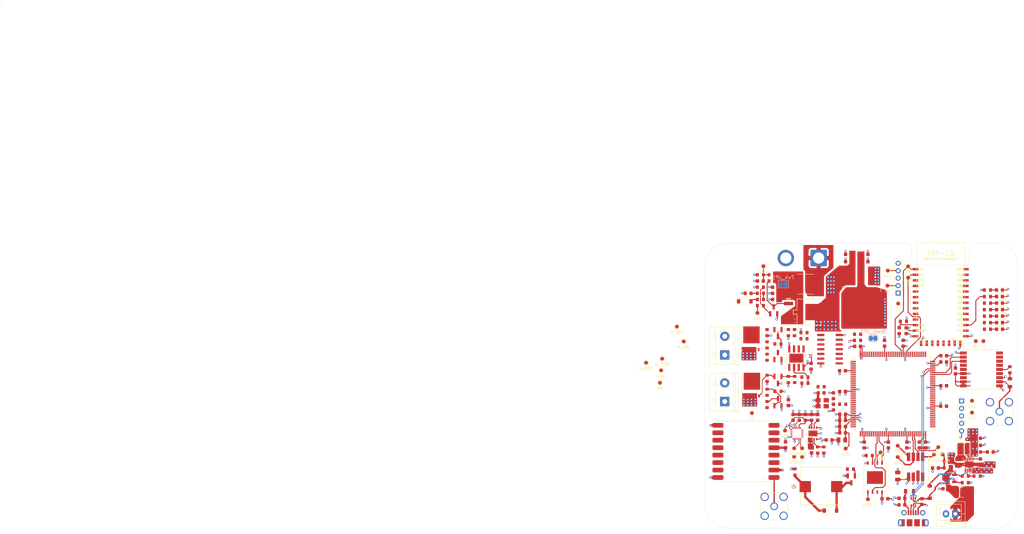
<source format=kicad_pcb>
(kicad_pcb (version 20240108) (generator "pcbnew") (generator_version "8.0")
  (layers (0 "F.Cu" signal "Top_Signal") (1 "In1.Cu" power "GND") (2 "In2.Cu" power "POWER") (31 "B.Cu" signal "Bottom_Signal") (34 "B.Paste" user) (35 "F.Paste" user) (36 "B.SilkS" user "B.Silkscreen") (37 "F.SilkS" user "F.Silkscreen") (38 "B.Mask" user) (39 "F.Mask" user) (44 "Edge.Cuts" user))
  (net 0 "")
  (net 1 "+3V3")
  (net 2 "GND")
  (net 3 "Net-(1v8_REG1-Cdelay)")
  (net 4 "+1V8")
  (net 5 "Net-(1v8_REG1-~{SHDN})")
  (net 6 "VCC")
  (net 7 "Net-(3v3_PWRSwitch1-VAUX)")
  (net 8 "Net-(3v3_PWRSwitch1-L)")
  (net 9 "Net-(3v3_LED1-A)")
  (net 10 "Net-(3v3_PWRSwitch1-UVLO)")
  (net 11 "+3V7")
  (net 12 "3v7_An")
  (net 13 "Net-(3v7_J1-Pin_1)")
  (net 14 "VDD")
  (net 15 "+7V4")
  (net 16 "+5V")
  (net 17 "Net-(5v_LED1-A)")
  (net 18 "Net-(7v4_JP1-A)")
  (net 19 "7v4_An")
  (net 20 "Net-(7v4_J1-Pin_1)")
  (net 21 "Net-(7v4_MOSFET1-G)")
  (net 22 "Net-(7v4_NPN1-B)")
  (net 23 "7v4Enable")
  (net 24 "Net-(LED_7v4Enable1-A)")
  (net 25 "Net-(Batt7v4_D2-A)")
  (net 26 "Net-(Batt7v4_L1-A)")
  (net 27 "Net-(Batt7v4_R1-Pad1)")
  (net 28 "Net-(Boot_JP1-B)")
  (net 29 "BOOT0")
  (net 30 "Net-(E1-RESET)")
  (net 31 "Net-(BT_LED1-A)")
  (net 32 "Net-(E1-LED)")
  (net 33 "Net-(D3-K)")
  (net 34 "Net-(BUZ_NPN1-C)")
  (net 35 "Net-(BUZ_NPN1-B)")
  (net 36 "Buzzer_PWM")
  (net 37 "Net-(CLED_LED1-A)")
  (net 38 "CriticalLEDEnable")
  (net 39 "+3.3VA")
  (net 40 "PH0")
  (net 41 "PH1")
  (net 46 "UART2_BT_RX")
  (net 61 "UART2_BT_TX")
  (net 68 "Net-(GPS_L1-Pad1)")
  (net 69 "GPS_RF")
  (net 70 "Net-(U5-VCC_REF)")
  (net 71 "Net-(U6-REGOUT)")
  (net 72 "/IO_Peripherals/RFM_ANT")
  (net 73 "Net-(U10-~{WP}(IO2))")
  (net 74 "Net-(Pyros_AMP1B--)")
  (net 75 "Pyros_DrogueADC")
  (net 76 "Net-(Pyros_AMP1A--)")
  (net 77 "Pyros_MainADC")
  (net 79 "Pyros_MainOn")
  (net 80 "Net-(Pyros_AND1-1Y)")
  (net 81 "Pyros_Bluetooth")
  (net 83 "Pyros_DrogueODB")
  (net 84 "Pyros_MainODB")
  (net 85 "Pyros_DrogueOn")
  (net 87 "Net-(Pyros_AND1-2A)")
  (net 88 "Net-(Pyros_J1-Pin_2)")
  (net 89 "Net-(Pyros_J2-Pin_2)")
  (net 90 "Net-(Pyros_LED1-A)")
  (net 91 "Net-(Pyros_LED2-A)")
  (net 92 "Net-(Pyros_LED4-A)")
  (net 93 "Net-(Pyros_MOSFET1-G)")
  (net 94 "Net-(Pyros_MOSFET2-G)")
  (net 95 "Net-(Pyros_NPN1-B)")
  (net 96 "Net-(Pyros_NPN2-B)")
  (net 97 "Net-(Pyros_PNP1-B)")
  (net 98 "Net-(Pyros_PNP1-C)")
  (net 99 "Net-(Pyros_PNP2-C)")
  (net 100 "Net-(Pyros_PNP2-B)")
  (net 101 "~Pyros_Test")
  (net 102 "NRST")
  (net 103 "SYS_SWCLK")
  (net 104 "SYS_SWO")
  (net 105 "SYS_SWDIO")
  (net 106 "UART6_RFD_RTS")
  (net 107 "UART6_RFD_TX")
  (net 108 "UART6_RFD_RX")
  (net 110 "UART1_GPS_RX")
  (net 111 "USBData-")
  (net 116 "SPI1_ICM_RFM_MOSI")
  (net 120 "SPI1_RFM_CS")
  (net 122 "SPI1_ICM_RFM_SCLK")
  (net 126 "SPI5_Mem_MOSI")
  (net 128 "SPI1_ICM_CS")
  (net 129 "SPI1_ICM_RFM_MISO")
  (net 131 "RFM_NIRQ")
  (net 133 "SPI5_Mem_CS")
  (net 134 "SPI4_Baro_CS")
  (net 135 "SPI4_Baro_MOSI")
  (net 141 "USBData+")
  (net 145 "SPI4_Baro_MISO")
  (net 154 "RFM_SDN")
  (net 162 "ICM_INT")
  (net 169 "Net-(U1-VCAP_1)")
  (net 170 "UART1_GPS_TX")
  (net 179 "SPI5_Mem_SCLK")
  (net 186 "Net-(U1-VCAP_2)")
  (net 193 "SPI4_Baro_SCLK")
  (net 199 "SPI5_Mem_MISO")
  (net 229 "USBDataC-")
  (net 235 "USBVBus")
  (net 236 "USBDataC+")
  (net 241 "Net-(Crystal_C2-Pad1)")
  (footprint "TestPoint:TestPoint_Pad_D1.0mm" (layer "F.Cu") (at -7.5438 22.4028)
    (property "Reference" "TP16" (hide yes))
    (property "Value" "D_ADC")
  )
  (footprint "TestPoint:TestPoint_Pad_D1.0mm" (layer "F.Cu") (at -12.0904 37.465)
    (property "Reference" "TP23" (hide yes))
    (property "Value" "BT")
  )
  (footprint "Resistor_SMD:R_0603_1608Metric" (layer "F.Cu") (at 24.0538 36.576 -90)
    (property "Reference" "Pyros_R6" (hide yes))
    (property "Value" "1k5" (hide yes))
  )
  (footprint "Capacitor_SMD:C_0603_1608Metric" (layer "F.Cu") (at 18.8976 11.811 180)
    (property "Reference" "7v4_C3" (hide yes))
    (property "Value" "100nf" (hide yes))
  )
  (footprint "ODB:MS5803-01BA01_TEC" (layer "F.Cu") (at 56.5 60 90)
    (property "Reference" "U7" (hide yes))
    (property "Value" "MS580301BA01-00" (hide yes))
  )
  (footprint "Package_TO_SOT_SMD:SOT-23" (layer "F.Cu") (at 39.243 63.373 -90)
    (property "Reference" "BUZ_NPN1" (hide yes))
    (property "Value" "MMBT3904" (hide yes))
  )
  (footprint "TestPoint:TestPoint_Pad_D1.0mm" (layer "F.Cu") (at 74.676 26.289)
    (property "Reference" "TP7" (hide yes))
    (property "Value" "TX")
  )
  (footprint "LED_SMD:LED_0603_1608Metric" (layer "F.Cu") (at 78.9941 14.3256 180)
    (property "Reference" "BT_LED1" (hide yes))
    (property "Value" "BLUE" (hide yes))
  )
  (footprint "Resistor_SMD:R_0603_1608Metric" (layer "F.Cu") (at 75.7683 21.336 180)
    (property "Reference" "Pyros_R17" (hide yes))
    (property "Value" "1k5" (hide yes))
  )
  (footprint "Capacitor_SMD:C_0603_1608Metric" (layer "F.Cu") (at 34.4424 43.9928 -90)
    (property "Reference" "Crystal_C2" (hide yes))
    (property "Value" "8pF" (hide yes))
  )
  (footprint "Diode_SMD:D_SOD-123" (layer "F.Cu") (at 33.655 71.755)
    (property "Reference" "D3" (hide yes))
    (property "Value" "BUZ_D_Schottky" (hide yes))
  )
  (footprint "Capacitor_SMD:C_0603_1608Metric" (layer "F.Cu") (at 36.9062 49.1998 180)
    (property "Reference" "Decouple_C14" (hide yes))
    (property "Value" "10uF" (hide yes))
  )
  (footprint "Package_QFP:LQFP-144_20x20mm_P0.5mm" (layer "F.Cu") (at 50.419 40.4876)
    (property "Reference" "U1" (hide yes))
    (property "Value" "STM32F412ZGTx" (hide yes))
  )
  (footprint "Inductor_SMD:L_0805_2012Metric" (layer "F.Cu") (at 54.864 66.548 180)
    (property "Reference" "USB_FB1" (hide yes))
    (property "Value" "120R" (hide yes))
  )
  (footprint "TestPoint:TestPoint_Pad_D1.0mm" (layer "F.Cu") (at 63.754 56.7182)
    (property "Reference" "TP13" (hide yes))
    (property "Value" "3v7_An")
  )
  (footprint "Fuse:Fuse_2920_7451Metric" (layer "F.Cu") (at 26.9748 10.9982)
    (property "Reference" "7v4_L1" (hide yes))
    (property "Value" "2920L700/12MR" (hide yes))
  )
  (footprint "TestPoint:TestPoint_Pad_D1.0mm" (layer "F.Cu") (at -11.5062 31.0134)
    (property "Reference" "TP25" (hide yes))
    (property "Value" "M_ODB")
  )
  (footprint "Capacitor_SMD:C_0603_1608Metric" (layer "F.Cu") (at 67.7926 58.674 -90)
    (property "Reference" "3v3_C1" (hide yes))
    (property "Value" "10uf" (hide yes))
  )
  (footprint "Resistor_SMD:R_0603_1608Metric" (layer "F.Cu") (at 39.0144 60.6298 180)
    (property "Reference" "BUZ_R2" (hide yes))
    (property "Value" "1k5" (hide yes))
  )
  (footprint "TestPoint:TestPoint_Pad_D1.0mm" (layer "F.Cu") (at 61.4426 56.6928)
    (property "Reference" "TP30" (hide yes))
    (property "Value" "MOSI")
  )
  (footprint "Resistor_SMD:R_0603_1608Metric" (layer "F.Cu") (at 14.859 11.811)
    (property "Reference" "7v4_R4" (hide yes))
    (property "Value" "10k" (hide yes))
  )
  (footprint "Capacitor_SMD:C_0603_1608Metric" (layer "F.Cu") (at 36.9062 45.8978 180)
    (property "Reference" "Decouple_C3" (hide yes))
    (property "Value" "100nF" (hide yes))
  )
  (footprint "Capacitor_SMD:C_0603_1608Metric" (layer "F.Cu") (at 64.008 43.7388)
    (property "Reference" "Decouple_C17" (hide yes))
    (property "Value" "100nF" (hide yes))
  )
  (footprint "Resistor_SMD:R_0603_1608Metric" (layer "F.Cu") (at 44.069 56.9976 180)
    (property "Reference" "MEM_R1" (hide yes))
    (property "Value" "1k5" (hide yes))
  )
  (footprint "Resistor_SMD:R_0603_1608Metric" (layer "F.Cu") (at 30.226 55.499 -90)
    (property "Reference" "1v8_R1" (hide yes))
    (property "Value" "12.2k" (hide yes))
  )
  (footprint "Resistor_SMD:R_0603_1608Metric" (layer "F.Cu") (at 16.637 40.005 -90)
    (property "Reference" "Pyros_R1" (hide yes))
    (property "Value" "1k5" (hide yes))
  )
  (footprint "TestPoint:TestPoint_Pad_D1.0mm" (layer "F.Cu") (at 26.035 55.0418)
    (property "Reference" "TP6" (hide yes))
    (property "Value" "MOSI")
  )
  (footprint "Inductor_SMD:L_0805_2012Metric" (layer "F.Cu") (at 81.788 37.4396 -90)
    (property "Reference" "GPS_L1" (hide yes))
    (property "Value" "100nH" (hide yes))
  )
  (footprint "Resistor_SMD:R_0603_1608Metric" (layer "F.Cu") (at 31.877 55.499 90)
    (property "Reference" "1v8_R2" (hide yes))
    (property "Value" "10k" (hide yes))
  )
  (footprint "TestPoint:TestPoint_Pad_D1.0mm" (layer "F.Cu") (at 23.9014 57.3024)
    (property "Reference" "TP5" (hide yes))
    (property "Value" "MISO")
  )
  (footprint "Package_TO_SOT_SMD:TDSON-8-1" (layer "F.Cu") (at 12.446 25.654 90)
    (property "Reference" "Pyros_MOSFET2" (hide yes))
    (property "Value" "CSD17310Q5A" (hide yes))
  )
  (footprint "LED_SMD:LED_0603_1608Metric" (layer "F.Cu") (at 79.0195 16.0782 180)
    (property "Reference" "LED_7v4Enable1" (hide yes))
    (property "Value" "GREEN" (hide yes))
  )
  (footprint "Resistor_SMD:R_0603_1608Metric" (layer "F.Cu") (at 53.2384 20.9804)
    (property "Reference" "BT_R1" (hide yes))
    (property "Value" "10k" (hide yes))
  )
  (footprint "Capacitor_SMD:C_0603_1608Metric" (layer "F.Cu") (at 73.1012 54.2544)
    (property "Reference" "3v3_C4" (hide yes))
    (property "Value" "100nf" (hide yes))
  )
  (footprint "Connector_PinHeader_2.00mm:PinHeader_1x05_P2.00mm_Vertical" (layer "F.Cu") (at 68.834 42.355)
    (property "Reference" "SW_J1" (hide yes))
    (property "Value" "SYS_Conn_01x05_Socket" (hide yes))
  )
  (footprint "Connector_Coaxial:SMA_Wurth_60312002114503_Vertical" (layer "F.Cu") (at 18.542 70.612)
    (property "Reference" "J5" (hide yes))
    (property "Value" "RFM_Conn_Coaxial" (hide yes))
  )
  (footprint "Resistor_SMD:R_0603_1608Metric" (layer "F.Cu") (at 64.9986 58.547 180)
    (property "Reference" "3v7_R1" (hide yes))
    (property "Value" "100k 1%" (hide yes))
  )
  (footprint "Resistor_SMD:R_0603_1608Metric" (layer "F.Cu") (at 40.9194 26.0858 180)
    (property "Reference" "Boot_R2" (hide yes))
    (property "Value" "10k" (hide yes))
  )
  (footprint "Capacitor_SMD:C_0603_1608Metric" (layer "F.Cu") (at 38.481 4.9784 180)
    (property "Reference" "5v_C2" (hide yes))
    (property "Value" "100nf" (hide yes))
  )
  (footprint "TestPoint:TestPoint_Pad_D1.0mm" (layer "F.Cu") (at 14.0462 18.7198)
    (property "Reference" "TP21" (hide yes))
    (property "Value" "7v4")
  )
  (footprint "TestPoint:TestPoint_Pad_D1.0mm" (layer "F.Cu") (at 43.688 68.707)
    (property "Reference" "TP11" (hide yes))
    (property "Value" "MOSI")
  )
  (footprint "TestPoint:TestPoint_Pad_D1.0mm" (layer "F.Cu") (at -5.715 26.3906)
    (property "Reference" "TP15" (hide yes))
    (property "Value" "M_ADC")
  )
  (footprint "ODB:RFM22b-S2" (layer "F.Cu") (at 11.8872 55.25 180)
    (property "Reference" "U9" (hide yes))
    (property "Value" "~" (hide yes))
  )
  (footprint "Capacitor_SMD:C_0603_1608Metric" (layer "F.Cu") (at 42.6974 54.1528 -90)
    (property "Reference" "Decouple_C4" (hide yes))
    (property "Value" "100nF" (hide yes))
  )
  (footprint "MountingHole:MountingHole_4.3mm_M4" (layer "F.Cu") (at 5.969 5.969)
    (property "Reference" "H1" (hide yes))
    (property "Value" "MountingHole" (hide yes))
  )
  (footprint "Package_TO_SOT_SMD:SOT-23" (layer "F.Cu") (at 19.558 36.703 -90)
    (property "Reference" "Pyros_NPN1" (hide yes))
    (property "Value" "MMBT3904" (hide yes))
  )
  (footprint "Capacitor_SMD:C_0603_1608Metric" (layer "F.Cu") (at 23.622 46.749 90)
    (property "Reference" "ICM_C2" (hide yes))
    (property "Value" "100nF" (hide yes))
  )
  (footprint "Resistor_SMD:R_0603_1608Metric" (layer "F.Cu") (at 14.859 16.764)
    (property "Reference" "7v4_R3" (hide yes))
    (property "Value" "1k5" (hide yes))
  )
  (footprint "Capacitor_SMD:C_0603_1608Metric" (layer "F.Cu") (at 18.8976 13.462 180)
    (property "Reference" "7v4_C2" (hide yes))
    (property "Value" "33uf" (hide yes))
  )
  (footprint "ODB:HM-10" (layer "F.Cu") (at 63.9826 6.985)
    (property "Reference" "E1" (hide yes))
    (property "Value" "HM-10" (hide yes))
  )
  (footprint "LED_SMD:LED_0603_1608Metric" (layer "F.Cu") (at 78.9941 12.573 180)
    (property "Reference" "5v_LED1" (hide yes))
    (property "Value" "GREEN" (hide yes))
  )
  (footprint "Package_TO_SOT_SMD:SOT-23" (layer "F.Cu") (at 19.558 30.2768 90)
    (property "Reference" "Pyros_PNP2" (hide yes))
    (property "Value" "BC857" (hide yes))
  )
  (footprint "Package_SO:SOIC-14_3.9x8.7mm_P1.27mm" (layer "F.Cu") (at 33.528 28.448)
    (property "Reference" "Pyros_AND1" (hide yes))
    (property "Value" "SN74HC08DR" (hide yes))
  )
  (footprint "Resistor_SMD:R_0603_1608Metric" (layer "F.Cu") (at 75.7683 16.087)
    (property "Reference" "7v4_R8" (hide yes))
    (property "Value" "1k" (hide yes))
  )
  (footprint "Resistor_SMD:R_0603_1608Metric" (layer "F.Cu") (at 26.543 24.003 180)
    (property "Reference" "Pyros_R5" (hide yes))
    (property "Value" "10k" (hide yes))
  )
  (footprint "Resistor_SMD:R_0805_2012Metric" (layer "F.Cu") (at 36.703 52.8066 180)
    (property "Reference" "Coupling_FB1" (hide yes))
    (property "Value" "120R" (hide yes))
  )
  (footprint "Capacitor_SMD:C_0603_1608Metric" (layer "F.Cu") (at 26.924 46.749 90)
    (property "Reference" "1v8_C4" (hide yes))
    (property "Value" "10uf" (hide yes))
  )
  (footprint "Resistor_SMD:R_0603_1608Metric" (layer "F.Cu") (at 24.003 24.003 -90)
    (property "Reference" "Pyros_R14" (hide yes))
    (property "Value" "1k5" (hide yes))
  )
  (footprint "Capacitor_SMD:C_0603_1608Metric" (layer "F.Cu") (at 73.8886 58.674 -90)
    (property "Reference" "3v3_C2" (hide yes))
    (property "Value" "100nf" (hide yes))
  )
  (footprint "Capacitor_SMD:C_0603_1608Metric" (layer "F.Cu") (at 53.975 23.495 -90)
    (property "Reference" "BT_C1" (hide yes))
    (property "Value" "10uF" (hide yes))
  )
  (footprint "Capacitor_SMD:C_0603_1608Metric" (layer "F.Cu") (at 31.1404 40.1828 180)
    (property "Reference" "RST_C1" (hide yes))
    (property "Value" "100nF" (hide yes))
  )
  (footprint "Capacitor_SMD:C_0603_1608Metric" (layer "F.Cu") (at 18.8976 15.113 180)
    (property "Reference" "7v4_C1" (hide yes))
    (property "Value" "10uf" (hide yes))
  )
  (footprint "Capacitor_SMD:C_0603_1608Metric" (layer "F.Cu") (at 67.183 34.277 -90)
    (property "Reference" "GPS_C1" (hide yes))
    (property "Value" "100nf" (hide yes))
  )
  (footprint "Library:XTAL_TSX-3225_26.0000MF09Z-AC0" (layer "F.Cu") (at 31.4198 42.9514 -90)
    (property "Reference" "Crystal_Y1" (hide yes))
    (property "Value" "26MHz" (hide yes))
  )
  (footprint "Capacitor_SMD:C_0603_1608Metric" (layer "F.Cu") (at 42.926 2.9972)
    (property "Reference" "5v_C3" (hide yes))
    (property "Value" "10uf" (hide yes))
  )
  (footprint "TestPoint:TestPoint_Pad_D1.0mm" (layer "F.Cu") (at 54.483 9.271)
    (property "Reference" "TP29" (hide yes))
    (property "Value" "TX")
  )
  (footprint "Capacitor_SMD:C_0603_1608Metric" (layer "F.Cu") (at 48.26 68.58 180)
    (property "Reference" "MEM_C1" (hide yes))
    (property "Value" "10uF" (hide yes))
  )
  (footprint "Capacitor_SMD:C_0603_1608Metric" (layer "F.Cu") (at 34.4424 40.9448 90)
    (property "Reference" "Crystal_C1" (hide yes))
    (property "Value" "8pF" (hide yes))
  )
  (footprint "LED_SMD:LED_0603_1608Metric" (layer "F.Cu") (at 79.0195 17.8308 180)
    (property "Reference" "Pyros_LED4" (hide yes))
    (property "Value" "GREEN" (hide yes))
  )
  (footprint "Resistor_SMD:R_0603_1608Metric" (layer "F.Cu") (at 69.8246 62.484)
    (property "Reference" "3v3_R1" (hide yes))
    (property "Value" "3M 1%" (hide yes))
  )
  (footprint "TerminalBlock_RND:TerminalBlock_RND_205-00012_1x02_P5.00mm_Horizontal" (layer "F.Cu") (at 5.2832 42.4942 90)
    (property "Reference" "Pyros_J1" (hide yes))
    (property "Value" "Pyro_Main" (hide yes))
  )
  (footprint "ODB:SMTB-0927-TW-R_PUI" (layer "F.Cu") (at 31.115 65.151)
    (property "Reference" "BUZ_Buzzer1" (hide yes))
    (property "Value" "SMTB-0927-TW-R" (hide yes))
  )
  (footprint "Package_TO_SOT_SMD:SOT-666" (layer "F.Cu") (at 55.88 69.469 90)
    (property "Reference" "USB_Connector1" (hide yes))
    (property "Value" "USBLC6-2P6" (hide yes))
  )
  (footprint "LED_SMD:LED_0603_1608Metric" (layer "F.Cu") (at 76.5302 56.0324 180)
    (property "Reference" "3v3_LED1" (hide yes))
    (property "Value" "GREEN" (hide yes))
  )
  (footprint "Capacitor_SMD:C_0603_1608Metric" (layer "F.Cu") (at 54.1528 54.1528 -90)
    (property "Reference" "Decouple_C10" (hide yes))
    (property "Value" "100nF" (hide yes))
  )
  (footprint "Package_TO_SOT_SMD:SOT-23" (layer "F.Cu") (at 19.558 24.13 -90)
    (property "Reference" "Pyros_NPN2" (hide yes))
    (property "Value" "MMBT3904" (hide yes))
  )
  (footprint "Library:SON127P600X800X80-9N" (layer "F.Cu") (at 45.593 62.8904 -90)
    (property "Reference" "U10" (hide yes))
    (property "Value" "W25Q512JVEIQ" (hide yes))
  )
  (footprint "Resistor_SMD:R_0603_1608Metric" (layer "F.Cu") (at 75.7683 23.0886 180)
    (property "Reference" "CLED_R1" (hide yes))
    (property "Value" "1k5" (hide yes))
  )
  (footprint "Capacitor_SMD:C_0603_1608Metric" (layer "F.Cu") (at 28.575 55.499 -90)
    (property "Reference" "1v8_C1" (hide yes))
    (property "Value" "10uf" (hide yes))
  )
  (footprint "LED_SMD:LED_0603_1608Metric" (layer "F.Cu") (at 11.557 13.462)
    (property "Reference" "Batt7v4_L1" (hide yes))
    (property "Value" "GREEN" (hide yes))
  )
  (footprint "TestPoint:TestPoint_Pad_D1.0mm" (layer "F.Cu") (at 71.628 45.466)
    (property "Reference" "TP10" (hide yes))
    (property "Value" "CLK")
  )
  (footprint "Resistor_SMD:R_0603_1608Metric" (layer "F.Cu") (at 17.9832 8.4836)
    (property "Reference" "7v4_R1" (hide yes))
    (property "Value" "100k 1%" (hide yes))
  )
  (footprint "Capacitor_SMD:C_0603_1608Metric" (layer "F.Cu") (at 36.9062 50.9016 180)
    (property "Reference" "Decouple_C15" (hide yes))
    (property "Value" "10nF" (hide yes))
  )
  (footprint "Capacitor_SMD:C_0603_1608Metric" (layer "F.Cu") (at 14.859 10.16 180)
    (property "Reference" "7v4_C4" (hide yes))
    (property "Value" "100nf" (hide yes))
  )
  (footprint "TestPoint:TestPoint_Pad_D1.0mm" (layer "F.Cu") (at 37.719 55.118)
    (property "Reference" "TP1" (hide yes))
    (property "Value" "3v3A")
  )
  (footprint "Connector_JST:JST_XA_B02B-XASK-1_1x02_P2.50mm_Vertical" (layer "F.Cu") (at 67.143 72.644 180)
    (property "Reference" "3v7_J1" (hide yes))
    (property "Value" "Batt4v2" (hide yes))
  )
  (footprint "Resistor_SMD:R_0603_1608Metric" (layer "F.Cu") (at 75.7683 14.337)
    (property "Reference" "BT_R2" (hide yes))
    (property "Value" "1k5" (hide yes))
  )
  (footprint "Package_SO:SOIC-8-1EP_3.9x4.9mm_P1.27mm_EP2.41x3.81mm" (layer "F.Cu") (at 24.511 30.861 90)
    (property "Reference" "Pyros_AMP1" (hide yes))
    (property "Value" "TLV2372" (hide yes))
  )
  (footprint "Resistor_SMD:R_0603_1608Metric" (layer "F.Cu") (at 19.558 27.051)
    (property "Reference" "Pyros_R10" (hide yes))
    (property "Value" "10k" (hide yes))
  )
  (footprint "Capacitor_SMD:C_0603_1608Metric" (layer "F.Cu") (at 36.8808 34.2392 180)
    (property "Reference" "Decouple_C2" (hide yes))
    (property "Value" "100nF" (hide yes))
  )
  (footprint "Resistor_SMD:R_0603_1608Metric" (layer "F.Cu") (at 69.825 64.278)
    (property "Reference" "3v7_R3" (hide yes))
    (property "Value" "100k" (hide yes))
  )
  (footprint "Resistor_SMD:R_0603_1608Metric" (layer "F.Cu") (at 75.7683 19.587 180)
    (property "Reference" "Pyros_R18" (hide yes))
    (property "Value" "1k5" (hide yes))
  )
  (footprint "Package_TO_SOT_SMD:TO-263-3_TabPin2" (layer "F.Cu") (at 41.9862 16.4846 -90)
    (property "Reference" "5v_REG1" (hide yes))
    (property "Value" "LM1085-5.0" (hide yes))
  )
  (footprint "MountingHole:MountingHole_4.3mm_M4" (layer "F.Cu") (at 5.969 70.485)
    (property "Reference" "H4" (hide yes))
    (property "Value" "MountingHole" (hide yes))
  )
  (footprint "Capacitor_SMD:C_0603_1608Metric" (layer "F.Cu") (at 48.1584 26.8478 90)
    (property "Reference" "Decouple_C7" (hide yes))
    (property "Value" "100nF" (hide yes))
  )
  (footprint "TestPoint:TestPoint_Pad_D1.0mm" (layer "F.Cu") (at 48.9458 11.4046)
    (property "Reference" "TP17" (hide yes))
    (property "Value" "TX")
  )
  (footprint "Fuse:Fuse_1210_3225Metric" (layer "F.Cu") (at 68.8086 66.802)
    (property "Reference" "3v7_FUZE1" (hide yes))
    (property "Value" "0ZCH0075AF2E (750ma)" (hide yes))
  )
  (footprint "Library:IC_74LV1T87GXH" (layer "F.Cu") (at 28.317 30.287 -90)
    (property "Reference" "Pyros_XNOR1" (hide yes))
    (property "Value" "74LV1T87GXH" (hide yes))
  )
  (footprint "Capacitor_SMD:C_0603_1608Metric" (layer "F.Cu") (at 28.575 46.749 90)
    (property "Reference" "1v8_C3" (hide yes))
    (property "Value" "100nf" (hide yes))
  )
  (footprint "Package_TO_SOT_SMD:TDSON-8-1" (layer "F.Cu") (at 12.573 38.1 90)
    (property "Reference" "Pyros_MOSFET1" (hide yes))
    (property "Value" "CSD17310Q5A" (hide yes))
  )
  (footprint "Resistor_SMD:R_0603_1608Metric" (layer "F.Cu") (at 19.558 39.751)
    (property "Reference" "Pyros_R2" (hide yes))
    (property "Value" "10k" (hide yes))
  )
  (footprint "Capacitor_SMD:C_0603_1608Metric" (layer "F.Cu") (at 64.0334 38.2524)
    (property "Reference" "Decouple_C11" (hide yes))
    (property "Value" "100nF" (hide yes))
  )
  (footprint "Diode_SMD:D_SOD-123" (layer "F.Cu") (at 60.2742 66.802 -90)
    (property "Reference" "USB_D1" (hide yes))
    (property "Value" "B260A-13-F" (hide yes))
  )
  (footprint "Resistor_SMD:R_0603_1608Metric" (layer "F.Cu") (at 16.637 27.305 -90)
    (property "Reference" "Pyros_R9" (hide yes))
    (property "Value" "1k5" (hide yes))
  )
  (footprint "Capacitor_SMD:C_0603_1608Metric" (layer "F.Cu") (at 53.1622 26.8478 90)
    (property "Reference" "Decouple_C6" (hide yes))
    (property "Value" "100nF" (hide yes))
  )
  (footprint "Resistor_SMD:R_0603_1608Metric" (layer "F.Cu") (at 26.543 25.654)
    (property "Reference" "Pyros_R4" (hide yes))
    (property "Value" "390k ±1%" (hide yes))
  )
  (footprint "Resistor_SMD:R_0603_1608Metric" (layer "F.Cu") (at 16.637 43.307 -90)
    (property "Reference" "Pyros_R3" (hide yes))
    (property "Value" "68R ±1%" (hide yes))
  )
  (footprint "Capacitor_SMD:C_0603_1608Metric" (layer "F.Cu") (at 64.0334 30.2006)
    (property "Reference" "Decouple_C12" (hide yes))
    (property "Value" "100nF" (hide yes))
  )
  (footprint "TestPoint:TestPoint_Pad_D1.0mm" (layer "F.Cu") (at -15.8242 32.0802)
    (property "Reference" "TP24" (hide yes))
    (property "Value" "D_ODB")
  )
  (footprint "TestPoint:TestPoint_Pad_D1.0mm" (layer "F.Cu") (at 15.6718 6.1722)
    (property "Reference" "TP14" (hide yes))
    (property "Value" "7v4_An")
  )
  (footprint "TestPoint:TestPoint_Pad_D1.0mm" (layer "F.Cu") (at 47.117 56.134)
    (property "Reference" "TP19" (hide yes))
    (property "Value" "MISO")
  )
  (footprint "Capacitor_SMD:C_0603_1608Metric" (layer "F.Cu") (at 52.0954 23.495 -90)
    (property "Reference" "BT_C2" (hide yes))
    (property "Value" "100nF" (hide yes))
  )
  (footprint "Resistor_SMD:R_0603_1608Metric" (layer "F.Cu") (at 16.637 30.607 -90)
    (property "Reference" "Pyros_R11" (hide yes))
    (property "Value" "68R ±1%" (hide yes))
  )
  (footprint "Resistor_SMD:R_0603_1608Metric" (layer "F.Cu") (at 26.797 37.592 180)
    (property "Reference" "Pyros_R13" (hide yes))
    (property "Value" "10k" (hide yes))
  )
  (footprint "Capacitor_SMD:C_0603_1608Metric" (layer "F.Cu") (at 52.832 68.453)
    (property "Reference" "USB_C2" (hide yes))
    (property "Value" "1uf" (hide yes))
  )
  (footprint "Resistor_SMD:R_0603_1608Metric" (layer "F.Cu") (at 14.859 15.113 180)
    (property "Reference" "Batt7v4_R1" (hide yes))
    (property "Value" "68 1%" (hide yes))
  )
  (footprint "Connector_Wire:SolderWire-2.5sqmm_1x02_P8.8mm_D2.4mm_OD4.4mm" (layer "F.Cu") (at 30.48 3.9878 180)
    (property "Reference" "7v4_J1" (hide yes))
    (property "Value" "Batt7v4" (hide yes))
  )
  (footprint "Resistor_SMD:R_0603_1608Metric" (layer "F.Cu") (at 22.352 24.003 90)
    (property "Reference" "Pyros_R15" (hide yes))
    (property "Value" "10k" (hide yes))
  )
  (footprint "Resistor_SMD:R_0603_1608Metric" (layer "F.Cu") (at 81.788 33.9598 90)
    (property "Reference" "GPS_R1" (hide yes))
    (property "Value" "10R" (hide yes))
  )
  (footprint "Capacitor_SMD:C_0603_1608Metric" (layer "F.Cu") (at 38.481 2.9972 180)
    (property "Reference" "5v_C1" (hide yes))
    (property "Value" "10uf" (hide yes))
  )
  (footprint "Library:PG-TO252AA_INF" (layer "F.Cu") (at 27.9146 18.4912 -90)
    (property "Reference" "7v4_MOSFET1" (hide yes))
    (property "Value" "IRFR5505TRPBF" (hide yes))
  )
  (footprint "Package_TO_SOT_SMD:SOT-23" (layer "F.Cu") (at 19.558 42.672 90)
    (property "Reference" "Pyros_PNP1" (hide yes))
    (property "Value" "BC857" (hide yes))
  )
  (footprint "TestPoint:TestPoint_Pad_D1.0mm" (layer "F.Cu") (at 71.628 42.291)
    (property "Reference" "TP9" (hide yes))
    (property "Value" "DIO")
  )
  (footprint "TestPoint:TestPoint_Pad_D1.0mm" (layer "F.Cu") (at 12.573 45.593)
    (property "Reference" "TP12" (hide yes))
    (property "Value" "CS")
  )
  (footprint "TestPoint:TestPoint_Pad_D1.0mm" (layer "F.Cu") (at 51.689 54.356)
    (property "Reference" "TP20" (hide yes))
    (property "Value" "CS")
  )
  (footprint "Capacitor_SMD:C_0603_1608Metric" (layer "F.Cu") (at 36.9062 47.5488 180)
    (property "Reference" "Decouple_C1" (hide yes))
    (property "Value" "10uF" (hide yes))
  )
  (footprint "LED_SMD:LED_0603_1608Metric" (layer "F.Cu") (at 79.0195 21.336 180)
    (property "Reference" "Pyros_LED1" (hide yes))
    (property "Value" "GREEN" (hide yes))
  )
  (footprint "Resistor_SMD:R_0603_1608Metric" (layer "F.Cu") (at 14.859 13.462 180)
    (property "Reference" "Batt7v4_R2" (hide yes))
    (property "Value" "68 1%" (hide yes))
  )
  (footprint "Connector_PinHeader_2.00mm:PinHeader_1x05_P2.00mm_Vertical" (layer "F.Cu") (at 51.816 13.398 180)
    (property "Reference" "SW_J2" (hide yes))
    (property "Value" "RFD_Conn_01x05_Socket" (hide yes))
  )
  (footprint "Resistor_SMD:R_0603_1608Metric" (layer "F.Cu") (at 14.859 8.4836)
    (property "Reference" "7v4_R2" (hide yes))
    (property "Value" "64k 1%" (hide yes))
  )
  (footprint "Connector_USB:USB_Micro-B_Molex-105017-0001" (layer "F.Cu") (at 55.88 73.787)
    (property "Reference" "USB_Bus1" (hide yes))
    (property "Value" "USB_B_Micro" (hide yes))
  )
  (footprint "Capacitor_SMD:C_0603_1608Metric" (layer "F.Cu") (at 25.273 46.749 90)
    (property "Reference" "ICM_C1" (hide yes))
    (property "Value" "100nF" (hide yes))
  )
  (footprint "Capacitor_SMD:C_0603_1608Metric" (layer "F.Cu") (at 30.226 46.749 90)
    (property "Reference" "1v8_C2" (hide yes))
    (property "Value" "100nf" (hide yes))
  )
  (footprint "Resistor_SMD:R_0603_1608Metric" (layer "F.Cu") (at 24.13 61.3918 90)
    (property "Reference" "BUZ_R1" (hide yes))
    (property "Value" "1k5" (hide yes))
  )
  (footprint "Resistor_SMD:R_0603_1608Metric" (layer "F.Cu") (at 26.797 35.941)
    (property "Reference" "Pyros_R12" (hide yes))
    (property "Value" "390k ±1%" (hide yes))
  )
  (footprint "TestPoint:TestPoint_Pad_D1.0mm" (layer "F.Cu") (at 51.689 57.404)
    (property "Reference" "TP26" (hide yes))
    (property "Value" "CLK")
  )
  (footprint "Capacitor_SMD:C_0603_1608Metric" (layer "F.Cu") (at 49.1744 54.1528 -90)
    (property "Reference" "Decouple_C9" (hide yes))
    (property "Value" "100nF" (hide yes))
  )
  (footprint "Capacitor_SMD:C_0603_1608Metric" (layer "F.Cu") (at 33.274 52.8066 180)
    (property "Reference" "Decouple_C16" (hide yes))
    (property "Value" "10nF" (hide yes))
  )
  (footprint "Diode_SMD:D_SOD-123" (layer "F.Cu") (at 10.668 15.621)
    (property "Reference" "Batt7v4_D2" (hide yes))
    (property "Value" "MMSZ4678-TP" (hide yes))
  )
  (footprint "Capacitor_SMD:C_0603_1608Metric" (layer "F.Cu") (at 42.926 4.9784)
    (property "Reference" "5v_C4" (hide yes))
    (property "Value" "100nf" (hide yes))
  )
  (footprint "Capacitor_SMD:C_0603_1608Metric" (layer "F.Cu") (at 57.4802 54.1528 -90)
    (property "Reference" "VCAP_C1" (hide yes))
    (property "Value" "4.7uF" (hide yes))
  )
  (footprint "TestPoint:TestPoint_Pad_D1.0mm" (layer "F.Cu") (at 72.644 26.289)
    (property "Reference" "TP8" (hide yes))
    (property "Value" "RX")
  )
  (footprint "Resistor_SMD:R_0603_1608Metric" (layer "F.Cu") (at 75.7683 17.837 180)
    (property "Reference" "Pyros_R19" (hide yes))
    (property "Value" "1k5" (hide yes))
  )
  (footprint "Capacitor_SMD:C_0603_1608Metric" (layer "F.Cu") (at 21.59 54.102 -90)
    (property "Reference" "Beacon_C1" (hide yes))
    (property "Value" "10uF" (hide yes))
  )
  (footprint "Library:IND_LQH3NPN3R3MMEL" (layer "F.Cu") (at 69.4436 55.118)
    (property "Reference" "3v3_L1" (hide yes))
    (property "Value" "3.3uH" (hide yes))
  )
  (footprint "Resistor_SMD:R_0603_1608Metric" (layer "F.Cu") (at 36.9316 43.2308 180)
    (property "Reference" "Crystal_R1" (hide yes))
    (property "Value" "0R" (hide yes))
  )
  (footprint "Capacitor_SMD:C_0603_1608Metric" (layer "F.Cu") (at 73.1012 52.3494)
    (property "Reference" "3v3_C3" (hide yes))
    (property "Value" "33uf" (hide yes))
  )
  (footprint "TerminalBlock_RND:TerminalBlock_RND_205-00012_1x02_P5.00mm_Horizontal" (layer "F.Cu") (at 5.2832 29.9974 90)
    (property "Reference" "Pyros_J2" (hide yes))
    (property "Value" "Pyro_Drogue" (hide yes))
  )
  (footprint "TestPoint:TestPoint_Pad_D1.0mm" (layer "F.Cu") (at 23.9014 55.0418)
    (property "Reference" "TP4" (hide yes))
    (property "Value" "CLK")
  )
  (footprint "Capacitor_SMD:C_0603_1608Metric" (layer "F.Cu") (at 40.9194 27.686 180)
    (property "Reference" "Decouple_C13" (hide yes))
    (property "Value" "100nF" (hide yes))
  )
  (footprint "Package_TO_SOT_SMD:SOT-23-3" (layer "F.Cu") (at 65.7606 63.119 180)
    (property "Reference" "3v7_MOSFET1" (hide yes))
    (property "Value" "PJA3411_R1_00001" (hide yes))
  )
  (footprint "Capacitor_SMD:C_0603_1608Metric" (layer "F.Cu") (at 58.166 69.342 90)
    (property "Reference" "USB_C1" (hide yes))
    (property "Value" "100nf" (hide yes))
  )
  (footprint "Capacitor_SMD:C_0603_1608Metric" (layer "F.Cu") (at 64.6176 65.913 180)
    (property "Reference" "3v7_C1" (hide yes))
    (property "Value" "10uf" (hide yes))
  )
  (footprint "TestPoint:TestPoint_Pad_D1.0mm" (layer "F.Cu") (at -11.7856 34.1376)
    (property "Reference" "TP22" (hide yes))
    (property "Value" "~Test")
  )
  (footprint "MountingHole:MountingHole_4.3mm_M4" (layer "F.Cu") (at 77.978 5.969)
    (property "Reference" "H2" (hide yes))
    (property "Value" "MountingHole" (hide yes))
  )
  (footprint "LED_SMD:LED_0603_1608Metric" (layer "F.Cu") (at 79.0195 23.0886 180)
    (property "Reference" "CLED_LED1" (hide yes))
    (property "Value" "RED" (hide yes))
  )
  (footprint "TestPoint:TestPoint_Pad_D1.0mm" (layer "F.Cu") (at 49.022 7.366)
    (property "Reference" "TP18" (hide yes))
    (property "Value" "RTS")
  )
  (footprint "Resistor_SMD:R_0603_1608Metric" (layer "F.Cu") (at 72.9996 62.484)
    (property "Reference" "3v3_R2" (hide yes))
    (property "Value" "249k 1%" (hide yes))
  )
  (footprint "Capacitor_SMD:C_0805_2012Metric" (layer "F.Cu") (at 51.7144 62.484 -90)
    (property "Reference" "Baro_C1" (hide yes))
    (property "Value" "100nF" (hide yes))
  )
  (footprint "Capacitor_SMD:C_0603_1608Metric" (layer "F.Cu") (at 22.352 42.799 90)
    (property "Reference" "Pyros_C2" (hide yes))
    (property "Value" "100nF" (hide yes))
  )
  (footprint "Connector_Coaxial:SMA_Wurth_60312002114503_Vertical" (layer "F.Cu") (at 78.994 45.212 90)
    (property "Reference" "J4" (hide yes))
    (property "Value" "RF2-04A-T-00-50-G" (hide yes))
  )
  (footprint "Capacitor_SMD:C_0603_1608Metric" (layer "F.Cu") (at 59.182 54.1528 -90)
    (property "Reference" "Decouple_C5" (hide yes))
    (property "Value" "100nF" (hide yes))
  )
  (footprint "Resistor_SMD:R_0603_1608Metric" (layer "F.Cu") (at 16.637 36.2712 90)
    (property "Reference" "Pyros_R8" (hide yes))
    (property "Value" "10k" (hide yes))
  )
  (footprint "Capacitor_SMD:C_0603_1608Metric" (layer "F.Cu") (at 28.448 33.02 90)
    (property "Reference" "Pyros_C1" (hide yes))
    (property "Value" "100nF" (hide yes))
  )
  (footprint "Package_SON:VSON-10-1EP_3x3mm_P0.5mm_EP1.65x2.4mm" (layer "F.Cu") (at 70.8406 59.3598 -90)
    (property "Reference" "3v3_PWRSwitch1" (hide yes))
    (property "Value" "TPS61201DRCR" (hide yes))
  )
  (footprint "Package_DFN_QFN:DFN-8-1EP_3x3mm_P0.65mm_EP1.55x2.4mm" (layer "F.Cu") (at 28.956 51.054 90)
    (property "Reference" "1v8_REG1" (hide yes))
    (property "Value" "MCP1727-1802xMF" (hide yes))
  )
  (footprint "TestPoint:TestPoint_Pad_D1.0mm" (layer "F.Cu") (at 51.816 16.2052)
    (property "Reference" "TP28" (hide yes))
    (property "Value" "RX")
  )
  (footprint "Resistor_SMD:R_0603_1608Metric" (layer "F.Cu") (at 40.9194 24.4348)
    (property "Reference" "Boot_R1" (hide yes))
    (property "Value" "1k5" (hide yes))
  )
  (footprint "Capacitor_SMD:C_0603_1608Metric" (layer "F.Cu") (at 61.8236 60.325 180)
    (property "Reference" "3v7_C2" (hide yes))
    (property "Value" "100nf" (hide yes))
  )
  (footprint "Capacitor_SMD:C_0603_1608Metric" (layer "F.Cu") (at 52.832 70.231)
    (property "Reference" "USB_C3" (hide yes))
    (property "Value" "10uf" (hide yes))
  )
  (footprint "Resistor_SMD:R_0603_1608Metric" (layer "F.Cu") (at 31.1404 38.5318)
    (property "Reference" "RST_R1" (hide yes))
    (property "Value" "10k" (hide yes))
  )
  (footprint "Capacitor_SMD:C_0603_1608Metric" (layer "F.Cu") (at 36.8808 39.8018 180)
    (property "Reference" "Decouple_C8" (hide yes))
    (property "Value" "100nF" (hide yes))
  )
  (footprint "LED_SMD:LED_0603_1608Metric" (layer "F.Cu") (at 79.0195 19.5834 180)
    (property "Reference" "Pyros_LED2" (hide yes))
    (property "Value" "GREEN" (hide yes))
  )
  (footprint "ODB:L76_QWS" (layer "F.Cu") (at 74.168 33.8836)
    (property "Reference" "U5" (hide yes))
    (property "Value" "L76L-M33" (hide yes))
  )
  (footprint "Resistor_SMD:R_0603_1608Metric" (layer "F.Cu") (at 75.7683 12.573)
    (property "Reference" "5v_R1" (hide yes))
    (property "Value" "1k5" (hide yes))
  )
  (footprint "TestPoint:TestPoint_Pad_D1.0mm" (layer "F.Cu") (at 54.483 6.223)
    (property "Reference" "TP31" (hide yes))
    (property "Value" "RX")
  )
  (footprint "Resistor_SMD:R_0603_1608Metric" (layer "F.Cu") (at 64.9986 60.325)
    (property "Reference" "3v7_R2" (hide yes))
    (property "Value" "30k 1%" (hide yes))
  )
  (footprint "Resistor_SMD:R_0603_1608Metric" (layer "F.Cu") (at 73.1012 56.0324)
    (property "Reference" "3v3_R3" (hide yes))
    (property "Value" "1k5" (hide yes))
  )
  (footprint "Resistor_SMD:R_0603_1608Metric" (layer "F.Cu") (at 18 10.16 180)
    (property "Reference" "7v4_R5" (hide yes))
    (property "Value" "10k" (hide yes))
  )
  (footprint "Package_TO_SOT_SMD:SOT-23" (layer "F.Cu") (at 18.415 18.034 90)
    (property "Reference" "7v4_NPN1" (hide yes))
    (property "Value" "MMBT3904" (hide yes))
  )
  (footprint "TestPoint:TestPoint_Pad_D1.0mm" (layer "F.Cu") (at 26.035 57.3532)
    (property "Reference" "TP3" (hide yes))
    (property "Value" "CS")
  )
  (footprint "Capacitor_SMD:C_0603_1608Metric" (layer "F.Cu") (at 64.0334 31.877)
    (property "Reference" "VCAP_C2" (hide yes))
    (property "Value" "4.7uF" (hide yes))
  )
  (footprint "Resistor_SMD:R_0603_1608Metric" (layer "F.Cu") (at 16.637 24.003 90)
    (property "Reference" "Pyros_R16" (hide yes))
    (property "Value" "10k" (hide yes))
  )
  (footprint "ODB:ICM-L" (layer "F.Cu") (at 24.638 51.054 180)
    (property "Reference" "U6" (hide yes))
    (property "Value" "ICM-20948" (hide yes))
  )
  (footprint "MountingHole:MountingHole_4.3mm_M4" (layer "F.Cu") (at 77.978 70.485)
    (property "Reference" "H3" (hide yes))
    (property "Value" "MountingHole" (hide yes))
  )
  (footprint "TestPoint:TestPoint_Pad_D1.0mm" (layer "F.Cu") (at 62.5856 54.737)
    (property "Reference" "TP27" (hide yes))
    (property "Value" "MISO")
  )
  (footprint "Resistor_SMD:R_0603_1608Metric" (layer "F.Cu") (at 22.352 36.576 90)
    (property "Reference" "Pyros_R7" (hide yes))
    (property "Value" "10k" (hide yes))
  )
  (footprint "TestPoint:TestPoint_Pad_D1.0mm" (layer "F.Cu") (at 21.463 50.292)
    (property "Reference" "TP2" (hide yes))
    (property "Value" "INT")
  )
  (footprint "Jumper:SolderJumper-2_P1.3mm_Bridged_RoundedPad1.0x1.5mm" (layer "B.Cu") (at 45.1 25.527 180)
    (property "Reference" "Boot_JP1")
    (property "Value" "SolderJumper_2_Open")
  )
  (footprint "Jumper:SolderJumper-2_P1.3mm_Open_TrianglePad1.0x1.5mm" (layer "B.Cu") (at 21 11 180)
    (property "Reference" "7v4_JP1")
    (property "Value" "SolderJumper_2_Open")
  )
  (gr_line (start -188.422059 -65.190179) (end -189.124416 -63.587364) (stroke (width 0.1)) (layer "F.SilkS"))
  (gr_arc (start 70.992789 1.524) (mid 71.430277 0.455238) (end 72.4916 0.000001) (stroke (width 0.05)) (layer "Edge.Cuts"))
  (gr_arc (start 83.947 70.485) (mid 82.19872 74.70572) (end 77.978 76.454) (stroke (width 0.0508)) (layer "Edge.Cuts"))
  (gr_arc (start 5.969 76.454) (mid 1.74828 74.70572) (end 0 70.485) (stroke (width 0.05)) (layer "Edge.Cuts"))
  (gr_arc (start 57.023 5.969) (mid 55.945369 5.522631) (end 55.499 4.445) (stroke (width 0.05)) (layer "Edge.Cuts"))
  (gr_line (start 57.023 5.969) (end 69.4944 5.969) (stroke (width 0.0508)) (layer "Edge.Cuts"))
  (gr_arc (start 0 5.969) (mid 1.74828 1.74828) (end 5.969 0) (stroke (width 0.0508)) (layer "Edge.Cuts"))
  (gr_arc (start 70.993 4.445) (mid 70.555572 5.513614) (end 69.494396 5.968788) (stroke (width 0.05)) (layer "Edge.Cuts"))
  (gr_arc (start 53.975 0) (mid 55.052631 0.446369) (end 55.499 1.524) (stroke (width 0.05)) (layer "Edge.Cuts"))
  (gr_line (start 72.4916 0) (end 77.978 0) (stroke (width 0.0508)) (layer "Edge.Cuts"))
  (gr_arc (start 77.978 0) (mid 82.19872 1.74828) (end 83.947 5.969) (stroke (width 0.0508)) (layer "Edge.Cuts"))
  (gr_line (start 50.8 0) (end 53.975 0) (stroke (width 0.0508)) (layer "Edge.Cuts"))
  (gr_line (start 55.499 1.524) (end 55.499 4.445) (stroke (width 0.0508)) (layer "Edge.Cuts"))
  (gr_line (start 70.993 1.524) (end 70.993 4.445) (stroke (width 0.0508)) (layer "Edge.Cuts"))
  (gr_line (start 50.8 0) (end 5.969 0) (stroke (width 0.05)) (layer "Edge.Cuts"))
  (gr_line (start 77.978 76.454) (end 5.969 76.454) (stroke (width 0.0508)) (layer "Edge.Cuts"))
  (gr_line (start 83.947 5.969) (end 83.947 70.485) (stroke (width 0.0508)) (layer "Edge.Cuts"))
  (gr_line (start 0 70.485) (end 0 5.969) (stroke (width 0.0508)) (layer "Edge.Cuts"))
  (segment (start 48.3108 53.3778) (end 49.1744 53.3778) (width 0.254) (layer "F.Cu") (net 1))
  (segment (start 69.318 37.183601) (end 70.965601 37.183601) (width 0.254) (layer "F.Cu") (net 1))
  (segment (start 63.2584 43.7388) (end 63.2584 42.8876) (width 0.254) (layer "F.Cu") (net 1))
  (segment (start 54.625 62.674998) (end 54.625 63.9168) (width 0.254) (layer "F.Cu") (net 1))
  (segment (start 41.8084 53.3778) (end 42.6974 53.3778) (width 0.254) (layer "F.Cu") (net 1))
  (segment (start 62.6185 30.226) (end 63.2584 30.226) (width 0.254) (layer "F.Cu") (net 1))
  (segment (start 20.3939 37.6405) (end 20.3962 37.6428) (width 0.254) (layer "F.Cu") (net 1))
  (segment (start 69.318 37.183601) (end 69.318 38.283601) (width 0.635) (layer "F.Cu") (net 1))
  (segment (start 67.646001 38.309001) (end 67.183 37.846) (width 0.254) (layer "F.Cu") (net 1))
  (segment (start 53.9874 27.6228) (end 54.0004 27.6098) (width 0.254) (layer "F.Cu") (net 1))
  (segment (start 39.7565 39.7376) (end 37.7454 39.7376) (width 0.254) (layer "F.Cu") (net 1))
  (segment (start 20.383 25.8948) (end 19.558 25.0698) (width 0.254) (layer "F.Cu") (net 1))
  (segment (start 20.508 44.7904) (end 20.5232 44.8056) (width 0.254) (layer "F.Cu") (net 1))
  (segment (start 42.169 29.8251) (end 42.169 30.8052) (width 0.254) (layer "F.Cu") (net 1))
  (segment (start 37.6812 39.8018) (end 37.7454 39.7376) (width 0.2) (layer "F.Cu") (net 1))
  (segment (start 41.669 29.8251) (end 41.669 27.6987) (width 0.254) (layer "F.Cu") (net 1))
  (segment (start 53.169 29.8251) (end 53.169 27.8328) (width 0.254) (layer "F.Cu") (net 1))
  (segment (start 69.318 34.9836) (end 70.95 34.9836) (width 0.254) (layer "F.Cu") (net 1))
  (segment (start 54.0766 20.066) (end 54.0766 20.9672) (width 0.254) (layer "F.Cu") (net 1))
  (segment (start 54.0634 22.6316) (end 53.975 22.72) (width 0.254) (layer "F.Cu") (net 1))
  (segment (start 67.226 35.009) (end 67.183 35.052) (width 0.254) (layer "F.Cu") (net 1))
  (segment (start 20.383 27.051) (end 20.383 27.876) (width 0.254) (layer "F.Cu") (net 1))
  (segment (start 63.2584 38.2524) (end 63.2584 39.1036) (width 0.254) (layer "F.Cu") (net 1))
  (segment (start 47.498 68.567) (end 47.485 68.58) (width 0.254) (layer "F.Cu") (net 1))
  (segment (start 51.6636 64.6176) (end 51.6636 63.434) (width 0.254) (layer "F.Cu") (net 1))
  (segment (start 42.169 28.1606) (end 41.6944 27.686) (width 0.254) (layer "F.Cu") (net 1))
  (segment (start 41.173397 46.2376) (end 41.6052 45.805797) (width 0.254) (layer "F.Cu") (net 1))
  (segment (start 41.074997 47.2376) (end 41.6052 47.767803) (width 0.254) (layer "F.Cu") (net 1))
  (segment (start 35.7905 52.8066) (end 35.7905 53.9731) (width 0.254) (layer "F.Cu") (net 1))
  (segment (start 59.169 53.3648) (end 59.2074 53.4032) (width 0.2) (layer "F.Cu") (net 1))
  (segment (start 38.3794 45.8978) (end 37.6812 45.8978) (width 0.254) (layer "F.Cu") (net 1))
  (segment (start 59.9948 53.3778) (end 59.182 53.3778) (width 0.254) (layer "F.Cu") (net 1))
  (segment (start 69.318 38.309001) (end 67.646001 38.309001) (width 0.254) (layer "F.Cu") (net 1))
  (segment (start 70.965601 37.183601) (end 70.9676 37.1856) (width 0.254) (layer "F.Cu") (net 1))
  (segment (start 38.7192 46.2376) (end 38.3794 45.8978) (width 0.254) (layer "F.Cu") (net 1))
  (segment (start 42.669 53.3699) (end 42.6974 53.3983) (width 0.2) (layer "F.Cu") (net 1))
  (segment (start 28.448 32.245) (end 28.571208 32.121792) (width 0.254) (layer "F.Cu") (net 1))
  (segment (start 56.4826 23.485) (end 54.74 23.485) (width 0.254) (layer "F.Cu") (net 1))
  (segment (start 21.587 54.88) (end 21.59 54.877) (width 0.635) (layer "F.Cu") (net 1))
  (segment (start 41.669 29.8251) (end 42.169 29.8251) (width 0.254) (layer "F.Cu") (net 1))
  (segment (start 67.183 37.846) (end 67.183 36.83) (width 0.254) (layer "F.Cu") (net 1))
  (segment (start 37.6812 40.64) (end 37.6812 39.8018) (width 0.2) (layer "F.Cu") (net 1))
  (segment (start 54.625 63.9168) (end 54.0258 64.516) (width 0.254) (layer "F.Cu") (net 1))
  (segment (start 47.498 66.7854) (end 47.498 68.567) (width 0.254) (layer "F.Cu") (net 1))
  (segment (start 63.2182 38.263) (end 63.2584 38.3032) (width 0.2) (layer "F.Cu") (net 1))
  (segment (start 54.74 23.485) (end 53.975 22.72) (width 0.254) (layer "F.Cu") (net 1))
  (segment (start 20.508 43.6095) (end 20.508 44.7904) (width 0.254) (layer "F.Cu") (net 1))
  (segment (start 54.9526 53.3778) (end 54.1528 53.3778) (width 0.254) (layer "F.Cu") (net 1))
  (segment (start 20.383 27.051) (end 20.383 25.8948) (width 0.254) (layer "F.Cu") (net 1))
  (segment (start 61.0815 38.2376) (end 63.2182 38.2376) (width 0.254) (layer "F.Cu") (net 1))
  (segment (start 21.2852 39.751) (end 21.3106 39.7764) (width 0.254) (layer "F.Cu") (net 1))
  (segment (start 36.003 24.638) (end 37.4142 24.638) (width 0.254) (layer "F.Cu") (net 1))
  (segment (start 20.383 39.751) (end 21.2852 39.751) (width 0.254) (layer "F.Cu") (net 1))
  (segment (start 39.7565 47.2376) (end 41.074997 47.2376) (width 0.254) (layer "F.Cu") (net 1))
  (segment (start 41.669 30.7724) (end 41.9354 31.0388) (width 0.254) (layer "F.Cu") (net 1))
  (segment (start 34.049 52.8066) (end 34.049 53.7334) (width 0.254) (layer "F.Cu") (net 1))
  (segment (start 39.7565 47.2376) (end 38.7164 47.2376) (width 0.254) (layer "F.Cu") (net 1))
  (segment (start 54.0766 20.9672) (end 54.0634 20.9804) (width 0.254) (layer "F.Cu") (net 1))
  (segment (start 28.448 32.245) (end 27.507 32.245) (width 0.254) (layer "F.Cu") (net 1))
  (segment (start 63.2572 43.7376) (end 63.2584 43.7388) (width 0.254) (layer "F.Cu") (net 1))
  (segment (start 21.59 55.753) (end 21.59 54.877) (width 0.635) (layer "F.Cu") (net 1))
  (segment (start 39.7565 46.2376) (end 38.7192 46.2376) (width 0.254) (layer "F.Cu") (net 1))
  (segment (start 28.631 52.604) (end 27.981 52.604) (width 0.254) (layer "F.Cu") (net 1))
  (segment (start 42.169 29.8251) (end 42.169 28.1606) (width 0.254) (layer "F.Cu") (net 1))
  (segment (start 30.226 56.324) (end 30.226 57.15) (width 0.254) (layer "F.Cu") (net 1))
  (segment (start 54.168999 51.1501) (end 54.168999 53.312899) (width 0.254) (layer "F.Cu") (net 1))
  (segment (start 61.0815 43.7376) (end 63.2572 43.7376) (width 0.254) (layer "F.Cu") (net 1))
  (segment (start 22.352 43.574) (end 23.2534 43.574) (width 0.254) (layer "F.Cu") (net 1))
  (segment (start 53.169 27.8328) (end 52.832 27.4958) (width 0.254) (layer "F.Cu") (net 1))
  (segment (start 53.975 22.72) (end 54.7754 22.72) (width 0.254) (layer "F.Cu") (net 1))
  (segment (start 23.2534 43.574) (end 23.2664 43.561) (width 0.254) (layer "F.Cu") (net 1))
  (segment (start 42.169 30.8052) (end 41.9354 31.0388) (width 0.254) (layer "F.Cu") (net 1))
  (segment (start 34.049 53.7334) (end 34.036 53.7464) (width 0.254) (layer "F.Cu") (net 1))
  (segment (start 48.169 27.5064) (end 48.1584 27.4958) (width 0.2) (layer "F.Cu") (net 1))
  (segment (start 47.485 68.58) (end 47.485 69.837) (width 0.254) (layer "F.Cu") (net 1))
  (segment (start 41.669 27.6987) (end 41.6944 27.6733) (width 0.2) (layer "F.Cu") (net 1))
  (segment (start 69.318 38.283601) (end 70.948001 38.283601) (width 0.254) (layer "F.Cu") (net 1))
  (segment (start 20.508 32.4002) (end 20.4978 32.4104) (width 0.254) (layer "F.Cu") (net 1))
  (segment (start 72.2762 54.3044) (end 72.3262 54.2544) (width 0.254) (layer "F.Cu") (net 1))
  (segment (start 53.1622 27.6228) (end 53.9874 27.6228) (width 0.254) (layer "F.Cu") (net 1))
  (segment (start 54.9656 53.3908) (end 54.9526 53.3778) (width 0.254) (layer "F.Cu") (net 1))
  (segment (start 67.562001 37.209001) (end 67.183 36.83) (width 0.254) (layer "F.Cu") (net 1))
  (segment (start 23.178 60.5668) (end 23.1648 60.5536) (width 0.635) (layer "F.Cu") (net 1))
  (segment (start 61.0815 31.763) (end 62.6185 30.226) (width 0.254) (layer "F.Cu") (net 1))
  (segment (start 54.168999 53.312899) (end 54.2544 53.3983) (width 0.2) (layer "F.Cu") (net 1))
  (segment (start 49.169 51.150101) (end 49.169 53.3929) (width 0.254) (layer "F.Cu") (net 1))
  (segment (start 35.7905 53.9731) (end 35.7886 53.975) (width 0.254) (layer "F.Cu") (net 1))
  (segment (start 27.507 32.245) (end 27.507 31.675) (width 0.254) (layer "F.Cu") (net 1))
  (segment (start 69.318 37.209001) (end 67.562001 37.209001) (width 0.254) (layer "F.Cu") (net 1))
  (segment (start 41.669 29.8251) (end 41.669 30.7724) (width 0.254) (layer "F.Cu") (net 1))
  (segment (start 63.2584 39.1036) (end 63.246 39.116) (width 0.254) (layer "F.Cu") (net 1))
  (segment (start 27.507 32.245) (end 26.416 33.336) (width 0.254) (layer "F.Cu") (net 1))
  (segment (start 38.7164 47.2376) (end 38.4052 47.5488) (width 0.254) (layer "F.Cu") (net 1))
  (segment (start 59.169 51.1755) (end 59.169 53.3648) (width 0.254) (layer "F.Cu") (net 1))
  (segment (start 69.318 35.009) (end 67.226 35.009) (width 0.254) (layer "F.Cu") (net 1))
  (segment (start 37.755801 34.237601) (end 37.6812 34.163) (width 0.2) (layer "F.Cu") (net 1))
  (segment (start 70.95 34.9836) (end 70.9676 35.0012) (width 0.254) (layer "F.Cu") (net 1))
  (segment (start 27.507 31.675) (end 27.5082 31.6738) (width 0.254) (layer "F.Cu") (net 1))
  (segment (start 41.6944 27.686) (end 42.5704 27.686) (width 0.254) (layer "F.Cu") (net 1))
  (segment (start 20.508 31.2143) (end 20.508 32.4002) (width 0.254) (layer "F.Cu") (net 1))
  (segment (start 39.7565 34.237601) (end 37.755801 34.237601) (width 0.254) (layer "F.Cu") (net 1))
  (segment (start 47.485 69.837) (end 47.498 69.85) (width 0.254) (layer "F.Cu") (net 1))
  (segment (start 70.948001 38.283601) (end 70.9676 38.3032) (width 0.254) (layer "F.Cu") (net 1))
  (segment (start 39.7565 46.2376) (end 41.173397 46.2376) (width 0.254) (layer "F.Cu") (net 1))
  (segment (start 37.6812 45.8978) (end 37.6812 47.5488) (width 0.635) (layer "F.Cu") (net 1))
  (segment (start 53.865998 63.434) (end 54.625 62.674998) (width 0.254) (layer "F.Cu") (net 1))
  (segment (start 35.7905 52.8066) (end 34.049 52.8066) (width 0.254) (layer "F.Cu") (net 1))
  (segment (start 48.169 29.8251) (end 48.169 27.5064) (width 0.254) (layer "F.Cu") (net 1))
  (segment (start 63.2584 42.8876) (end 63.246 42.8752) (width 0.254) (layer "F.Cu") (net 1))
  (segment (start 19.558 25.0698) (end 19.558 23.8252) (width 0.254) (layer "F.Cu") (net 1))
  (segment (start 67.183 36.83) (end 67.183 35.052) (width 0.254) (layer "F.Cu") (net 1))
  (segment (start 28.571208 32.121792) (end 28.571208 30.611208) (width 0.254) (layer "F.Cu") (net 1))
  (segment (start 20.383 27.876) (end 20.3962 27.8892) (width 0.254) (layer "F.Cu") (net 1))
  (segment (start 18.5022 54.88) (end 21.587 54.88) (width 0.635) (layer "F.Cu") (net 1))
  (segment (start 63.2572 43.763) (end 63.2584 43.7642) (width 0.2) (layer "F.Cu") (net 1))
  (segment (start 54.7754 22.72) (end 54.7878 22.7076) (width 0.254) (layer "F.Cu") (net 1))
  (segment (start 19.558 37.6405) (end 20.3939 37.6405) (width 0.254) (layer "F.Cu") (net 1))
  (segment (start 49.169 53.3929) (end 49.1744 53.3983) (width 0.2) (layer "F.Cu") (net 1))
  (segment (start 42.669 51.150101) (end 42.669 53.3699) (width 0.254) (layer "F.Cu") (net 1))
  (segment (start 63.2182 38.2376) (end 63.2584 38.2778) (width 0.254) (layer "F.Cu") (net 1))
  (segment (start 38.4052 47.5488) (end 37.6812 47.5488) (width 0.254) (layer "F.Cu") (net 1))
  (segment (start 51.6636 63.434) (end 53.865998 63.434) (width 0.254) (layer "F.Cu") (net 1))
  (segment (start 24.13 60.5668) (end 23.178 60.5668) (width 0.635) (layer "F.Cu") (net 1))
  (via (at 30.226 57.15) (size 0.6) (drill 0.3) (layers "F.Cu" "B.Cu") (net 1))
  (via (at 42.5704 27.686) (size 0.6) (drill 0.3) (layers "F.Cu" "B.Cu") (net 1))
  (via (at 23.2664 43.561) (size 0.6) (drill 0.3) (layers "F.Cu" "B.Cu") (net 1))
  (via (at 27.94 53.6194) (size 0.6) (drill 0.3) (layers "F.Cu" "B.Cu") (net 1))
  (via (at 21.3106 39.7764) (size 0.6) (drill 0.3) (layers "F.Cu" "B.Cu") (net 1))
  (via (at 70.866 51.1302) (size 0.6) (drill 0.3) (layers "F.Cu" "B.Cu") (net 1))
  (via (at 23.1648 60.5536) (size 0.6) (drill 0.3) (layers "F.Cu" "B.Cu") (net 1))
  (via (at 75.565 61.341) (size 0.6) (drill 0.3) (layers "F.Cu" "B.Cu") (net 1))
  (via (at 63.246 39.116) (size 0.6) (drill 0.3) (layers "F.Cu" "B.Cu") (net 1))
  (via (at 59.9948 53.3778) (size 0.6) (drill 0.3) (layers "F.Cu" "B.Cu") (net 1))
  (via (at 34.036 53.7464) (size 0.6) (drill 0.3) (layers "F.Cu" "B.Cu") (net 1))
  (via (at 35.7886 53.975) (size 0.6) (drill 0.3) (layers "F.Cu" "B.Cu") (net 1))
  (via (at 72.9234 55.1688) (size 0.6) (drill 0.3) (layers "F.Cu" "B.Cu") (net 1))
  (via (at 20.3962 27.8892) (size 0.6) (drill 0.3) (layers "F.Cu" "B.Cu") (net 1))
  (via (at 74.93 60.706) (size 0.6) (drill 0.3) (layers "F.Cu" "B.Cu") (net 1))
  (via (at 70.9676 35.0012) (size 0.6) (drill 0.3) (layers "F.Cu" "B.Cu") (net 1))
  (via (at 54.0258 64.516) (size 0.6) (drill 0.3) (layers "F.Cu" "B.Cu") (net 1))
  (via (at 28.6766 53.6194) (size 0.6) (drill 0.3) (layers "F.Cu" "B.Cu") (net 1))
  (via (at 73.533 60.706) (size 0.6) (drill 0.3) (layers "F.Cu" "B.Cu") (net 1))
  (via (at 72.898 61.341) (size 0.6) (drill 0.3) (layers "F.Cu" "B.Cu") (net 1))
  (via (at 20.4978 32.4104) (size 0.6) (drill 0.3) (layers "F.Cu" "B.Cu") (net 1))
  (via (at 41.8084 53.3778) (size 0.6) (drill 0.3) (layers "F.Cu" "B.Cu") (net 1))
  (via (at 76.2 60.706) (size 0.6) (drill 0.3) (layers "F.Cu" "B.Cu") (net 1))
  (via (at 74.168 61.341) (size 0.6) (drill 0.3) (layers "F.Cu" "B.Cu") (net 1))
  (via (at 54.7878 22.7076) (size 0.6) (drill 0.3) (layers "F.Cu" "B.Cu") (net 1))
  (via (at 48.3108 53.3778) (size 0.6) (drill 0.3) (layers "F.Cu" "B.Cu") (net 1))
  (via (at 41.6052 47.767803) (size 0.6) (drill 0.3) (layers "F.Cu" "B.Cu") (net 1))
  (via (at 70.8406 50.2666) (size 0.6) (drill 0.3) (layers "F.Cu" "B.Cu") (net 1))
  (via (at 37.4142 24.638) (size 0.6) (drill 0.3) (layers "F.Cu" "B.Cu") (net 1))
  (via (at 51.6636 64.6176) (size 0.6) (drill 0.3) (layers "F.Cu" "B.Cu") (net 1))
  (via (at 54.0004 27.6098) (size 0.6) (drill 0.3) (layers "F.Cu" "B.Cu") (net 1))
  (via (at 71.9074 55.1688) (size 0.6) (drill 0.3) (layers "F.Cu" "B.Cu") (net 1))
  (via (at 72.898 50.2666) (size 0.6) (drill 0.3) (layers "F.Cu" "B.Cu") (net 1))
  (via (at 72.898 51.1302) (size 0.6) (drill 0.3) (layers "F.Cu" "B.Cu") (net 1))
  (via (at 70.866 51.9684) (size 0.6) (drill 0.3) (layers "F.Cu" "B.Cu") (net 1))
  (via (at 71.9074 53.2638) (size 0.6) (drill 0.3) (layers "F.Cu" "B.Cu") (net 1))
  (via (at 20.3962 37.6428) (size 0.6) (drill 0.3) (layers "F.Cu" "B.Cu") (net 1))
  (via (at 70.3834 52.6288) (size 0.6) (drill 0.3) (layers "F.Cu" "B.Cu") (net 1))
  (via (at 70.9676 38.3032) (size 0.6) (drill 0.3) (layers "F.Cu" "B.Cu") (net 1))
  (via (at 76.835 61.341) (size 0.6) (drill 0.3) (layers "F.Cu" "B.Cu") (net 1))
  (via (at 27.5082 31.6738) (size 0.6) (drill 0.3) (layers "F.Cu" "B.Cu") (net 1))
  (via (at 20.5232 44.8056) (size 0.6) (drill 0.3) (layers "F.Cu" "B.Cu") (net 1))
  (via (at 37.6812 40.64) (size 0.6) (drill 0.3) (layers "F.Cu" "B.Cu") (net 1))
  (via (at 71.882 50.2666) (size 0.6) (drill 0.3) (layers "F.Cu" "B.Cu") (net 1))
  (via (at 41.6052 45.805797) (size 0.6) (drill 0.3) (layers "F.Cu" "B.Cu") (net 1))
  (via (at 21.59 55.753) (size 0.6) (drill 0.3) (layers "F.Cu" "B.Cu") (net 1))
  (via (at 54.9656 53.3908) (size 0.6) (drill 0.3) (layers "F.Cu" "B.Cu") (net 1))
  (via (at 71.9074 56.9214) (size 0.6) (drill 0.3) (layers "F.Cu" "B.Cu") (net 1))
  (via (at 41.9354 31.0388) (size 0.6) (drill 0.3) (layers "F.Cu" "B.Cu") (net 1))
  (via (at 47.498 69.85) (size 0.6) (drill 0.3) (layers "F.Cu" "B.Cu") (net 1))
  (via (at 71.9074 51.1302) (size 0.6) (drill 0.3) (layers "F.Cu" "B.Cu") (net 1))
  (via (at 72.898 53.2638) (size 0.6) (drill 0.3) (layers "F.Cu" "B.Cu") (net 1))
  (via (at 72.9234 56.9214) (size 0.6) (drill 0.3) (layers "F.Cu" "B.Cu") (net 1))
  (via (at 63.246 42.8752) (size 0.6) (drill 0.3) (layers "F.Cu" "B.Cu") (net 1))
  (via (at 70.9676 37.1856) (size 0.6) (drill 0.3) (layers "F.Cu" "B.Cu") (net 1))
  (via (at 54.0766 20.066) (size 0.6) (drill 0.3) (layers "F.Cu" "B.Cu") (net 1))
  (segment (start 59.7204 32.2376) (end 59.7154 32.2326) (width 0.254) (layer "F.Cu") (net 2))
  (segment (start 53.2514 26.1112) (end 53.1114 25.9712) (width 0.254) (layer "F.Cu") (net 2))
  (segment (start 73.8762 54.2544) (end 74.7776 54.2544) (width 0.254) (layer "F.Cu") (net 2))
  (segment (start 17.2212 11.7856) (end 17.2466 11.811) (width 0.254) (layer "F.Cu") (net 2))
  (segment (start 24.038001 53.248001) (end 24.0538 53.2638) (width 0.254) (layer "F.Cu") (net 2))
  (segment (start 17.6276 24.8158) (end 17.6154 24.828) (width 0.254) (layer "F.Cu") (net 2))
  (segment (start 71.4248 64.278) (end 70.65 64.278) (width 0.254) (layer "F.Cu") (net 2))
  (segment (start 55.88 70.069001) (end 56.134001 69.815) (width 0.254) (layer "F.Cu") (net 2))
  (segment (start 49.1744 55.9054) (end 49.1744 54.9532) (width 0.254) (layer "F.Cu") (net 2))
  (segment (start 43.688 2.9842) (end 43.701 2.9972) (width 0.254) (layer "F.Cu") (net 2))
  (segment (start 22.352 38.3286) (end 22.352 37.3756) (width 0.254) (layer "F.Cu") (net 2))
  (segment (start 40.0944 26.0858) (end 39.0398 26.0858) (width 0.254) (layer "F.Cu") (net 2))
  (segment (start 64.8084 30.226) (end 66.04 30.226) (width 0.254) (layer "F.Cu") (net 2))
  (segment (start 30.3198 43.7514) (end 30.3198 40.2284) (width 0.635) (layer "F.Cu") (net 2))
  (segment (start 53.669 49.8106) (end 53.669 51.1755) (width 0.254) (layer "F.Cu") (net 2))
  (segment (start 42.17003 49.861655) (end 42.169 49.862685) (width 0.254) (layer "F.Cu") (net 2))
  (segment (start 57.18 72.3245) (end 57.18 71.103) (width 0.381) (layer "F.Cu") (net 2))
  (segment (start 35.1282 47.5742) (end 36.1312 47.5742) (width 0.254) (layer "F.Cu") (net 2))
  (segment (start 42.4688 57.023) (end 43.244 57.023) (width 0.254) (layer "F.Cu") (net 2))
  (segment (start 3.4522 48.88) (end 1.5136 48.88) (width 0.635) (layer "F.Cu") (net 2))
  (segment (start 34.43 40.1828) (end 34.4424 40.1952) (width 0.254) (layer "F.Cu") (net 2))
  (segment (start 61.0486 61.3026) (end 61.0486 60.325) (width 0.254) (layer "F.Cu") (net 2))
  (segment (start 17.2466 11.811) (end 18.1226 11.811) (width 0.254) (layer "F.Cu") (net 2))
  (segment (start 31.877 57.15) (end 31.877 56.324) (width 0.254) (layer "F.Cu") (net 2))
  (segment (start 23.911 48.977599) (end 24.038001 49.1046) (width 0.2) (layer "F.Cu") (net 2))
  (segment (start 55.88 64.516) (end 55.875 64.511) (width 0.254) (layer "F.Cu") (net 2))
  (segment (start 26.924 45.0596) (end 26.924 45.974) (width 0.2) (layer "F.Cu") (net 2))
  (segment (start 19.365 20.259) (end 19.177 20.447) (width 0.254) (layer "F.Cu") (net 2))
  (segment (start 69.318 29.509001) (end 67.609001 29.509001) (width 0.254) (layer "F.Cu") (net 2))
  (segment (start 74.7776 54.2544) (end 75.057 53.975) (width 0.254) (layer "F.Cu") (net 2))
  (segment (start 57.1246 64.516) (end 57.125 64.5156) (width 0.254) (layer "F.Cu") (net 2))
  (segment (start 81.026 23.114) (end 81.28 22.86) (width 0.254) (layer "F.Cu") (net 2))
  (segment (start 36.1312 35.1152) (end 36.1312 34.1884) (width 0.254) (layer "F.Cu") (net 2))
  (segment (start 54.0512 26.1112) (end 53.2514 26.1112) (width 0.254) (layer "F.Cu") (net 2))
  (segment (start 78.3336 56.0324) (end 78.613 55.753) (width 0.254) (layer "F.Cu") (net 2))
  (segment (start 58.547 25.4508) (end 57.9826 26.0152) (width 0.254) (layer "F.Cu") (net 2))
  (segment (start 30.835 49.504) (end 31.115 49.784) (width 0.254) (layer "F.Cu") (net 2))
  (segment (start 79.7816 21.336) (end 81.026 21.336) (width 0.254) (layer "F.Cu") (net 2))
  (segment (start 36.1442 35.1282) (end 36.1312 35.1152) (width 0.254) (layer "F.Cu") (net 2))
  (segment (start 54.9656 54.9532) (end 54.2544 54.9532) (width 0.254) (layer "F.Cu") (net 2))
  (segment (start 29.0702 42.1768) (end 30.3198 42.1768) (width 0.254) (layer "F.Cu") (net 2))
  (segment (start 34.43 45.0596) (end 34.4424 45.0472) (width 0.254) (layer "F.Cu") (net 2))
  (segment (start 55.88 70.394) (end 55.88 70.069001) (width 0.254) (layer "F.Cu") (net 2))
  (segment (start 17.2212 13.462) (end 18.1226 13.462) (width 0.254) (layer "F.Cu") (net 2))
  (segment (start 37.6936 2.1082) (end 37.706 2.1206) (width 0.254) (layer "F.Cu") (net 2))
  (segment (start 67.183 32.639) (end 67.183 33.502) (width 0.254) (layer "F.Cu") (net 2))
  (segment (start 13.2334 8.4836) (end 14.034 8.4836) (width 0.254) (layer "F.Cu") (net 2))
  (segment (start 29.931 52.604) (end 30.835 52.604) (width 0.254) (layer "F.Cu") (net 2))
  (segment (start 70.8406 61.2394) (end 71.0946 61.4934) (width 0.254) (layer "F.Cu") (net 2))
  (segment (start 55.3044 24.985) (end 56.4826 24.985) (width 0.254) (layer "F.Cu") (net 2))
  (segment (start 30.835 52.604) (end 31.115 52.324) (width 0.254) (layer "F.Cu") (net 2))
  (segment (start 39.783499 46.736) (end 39.7565 46.762999) (width 0.254) (layer "F.Cu") (net 2))
  (segment (start 31.623 52.832) (end 31.369 53.086) (width 0.254) (layer "F.Cu") (net 2))
  (segment (start 24.038001 49.1046) (end 24.038001 49.5824) (width 0.2) (layer "F.Cu") (net 2))
  (segment (start 81.026 16.129) (end 81.28 15.875) (width 0.254) (layer "F.Cu") (net 2))
  (segment (start 36.1312 45.8978) (end 36.1312 50.9016) (width 0.635) (layer "F.Cu") (net 2))
  (segment (start 38.293 62.4355) (end 37.3403 62.4355) (width 0.635) (layer "F.Cu") (net 2))
  (segment (start 13.2334 11.811) (end 14.0086 11.811) (width 0.254) (layer "F.Cu") (net 2))
  (segment (start 59.182 54.9278) (end 60.0202 54.9278) (width 0.635) (layer "F.Cu") (net 2))
  (segment (start 57.125 64.5156) (end 57.125 62.408298) (width 0.254) (layer "F.Cu") (net 2))
  (segment (start 43.0276 58.9954) (end 43.688 58.9954) (width 0.254) (layer "F.Cu") (net 2))
  (segment (start 18.5022 60.88) (end 20.7988 60.88) (width 0.635) (layer "F.Cu") (net 2))
  (segment (start 49.035 68.58) (end 50.038 68.58) (width 0.254) (layer "F.Cu") (net 2))
  (segment (start 60.0202 54.9278) (end 60.0456 54.9532) (width 0.635) (layer "F.Cu") (net 2))
  (segment (start 9.906 13.462) (end 10.7695 13.462) (width 0.254) (layer "F.Cu") (net 2))
  (segment (start 52.0954 25.146) (end 52.0954 24.27) (width 0.254) (layer "F.Cu") (net 2))
  (segment (start 37.3403 62.4355) (end 37.338 62.4332) (width 0.635) (layer "F.Cu") (net 2))
  (segment (start 30.3198 40.2284) (end 30.3654 40.1828) (width 0.635) (layer "F.Cu") (net 2))
  (segment (start 70.8406 60.8348) (end 70.8406 61.2394) (width 0.254) (layer "F.Cu") (net 2))
  (segment (start 36.1188 40.64) (end 36.1188 39.8396) (width 0.254) (layer "F.Cu") (net 2))
  (segment (start 79.018 38.505) (end 80.01 39.497) (width 0.254) (layer "F.Cu") (net 2))
  (segment (start 35.1028 47.5996) (end 35.1282 47.5742) (width 0.254) (layer "F.Cu") (net 2))
  (segment (start 17.6154 24.828) (end 16.637 24.828) (width 0.254) (layer "F.Cu") (net 2))
  (segment (start 23.622 45.974) (end 30.226 45.974) (width 0.635) (layer "F.Cu") (net 2))
  (segment (start 79.018 38.308999) (end 79.018 38.505) (width 0.254) (layer "F.Cu") (net 2))
  (segment (start 13.2334 10.16) (end 14.084 10.16) (width 0.254) (layer "F.Cu") (net 2))
  (segment (start 35.1282 50.927) (end 36.1312 50.927) (width 0.254) (layer "F.Cu") (net 2))
  (segment (start 70.3406 58.8598) (end 70.8406 59.3598) (width 0.254) (layer "F.Cu") (net 2))
  (segment (start 53.6956 49.784) (end 53.669 49.8106) (width 0.254) (layer "F.Cu") (net 2))
  (segment (start 21.59 52.5272) (end 21.59 53.327) (width 0.254) (layer "F.Cu") (net 2))
  (segment (start 43.5356 54.9532) (end 42.6974 54.9532) (width 0.254) (layer "F.Cu") (net 2))
  (segment (start 59.6392 44.237599) (end 61.0815 44.237599) (width 0.254) (layer "F.Cu") (net 2))
  (segment (start 48.6664 51.1729) (end 48.669 51.1755) (width 0.254) (layer "F.Cu") (net 2))
  (segment (start 58.166 70.117) (end 59.195 70.117) (width 0.381) (layer "F.Cu") (net 2))
  (segment (start 3.4522 62.88) (end 1.5344 62.88) (width 0.635) (layer "F.Cu") (net 2))
  (segment (start 1.5136 48.88) (end 1.4986 48.895) (width 0.635) (layer "F.Cu") (net 2))
  (segment (start 81.026 14.351) (end 81.28 14.097) (width 0.254) (layer "F.Cu") (net 2))
  (segment (start 77.3177 56.0324) (end 78.3336 56.0324) (width 0.254) (layer "F.Cu") (net 2))
  (segment (start 20.7988 60.88) (end 20.8026 60.8838) (width 0.635) (layer "F.Cu") (net 2))
  (segment (start 31.053 33.082) (end 31.053 32.258) (width 0.254) (layer "F.Cu") (net 2))
  (segment (start 32.499 52.832) (end 31.623 52.832) (width 0.254) (layer "F.Cu") (net 2))
  (segment (start 33.3248 40.1828) (end 34.43 40.1828) (width 0.254) (layer "F.Cu") (net 2))
  (segment (start 79.7816 23.114) (end 81.026 23.114) (width 0.254) (layer "F.Cu") (net 2))
  (segment (start 68.834 51.943) (end 68.58 52.197) (width 0.254) (layer "F.Cu") (net 2))
  (segment (start 81.026 12.573) (end 81.28 12.319) (width 0.254) (layer "F.Cu") (net 2))
  (segment (start 43.688 2.1336) (end 43.688 2.9842) (width 0.254) (layer "F.Cu") (net 2))
  (segment (start 48.669 31.2902) (end 48.669 29.8505) (width 0.254) (layer "F.Cu") (net 2))
  (segment (start 23.622 45.0342) (end 23.622 45.974) (width 0.2) (layer "F.Cu") (net 2))
  (segment (start 67.609001 29.509001) (end 67.31 29.21) (width 0.254) (layer "F.Cu") (net 2))
  (segment (start 70.8406 60.8348) (end 71.3406 60.8348) (width 0.254) (layer "F.Cu") (net 2))
  (segment (start 37.6936 4.1148) (end 37.6936 4.966) (width 0.254) (layer "F.Cu") (net 2))
  (segment (start 48.6664 49.8348) (end 48.6664 51.1729) (width 0.254) (layer "F.Cu") (net 2))
  (segment (start 54.0382 24.3332) (end 53.975 24.27) (width 0.254) (layer "F.Cu") (net 2))
  (segment (start 79.7816 19.558) (end 81.026 19.558) (width 0.254) (layer "F.Cu") (net 2))
  (segment (start 71.3406 59.8598) (end 70.8406 59.3598) (width 0.254) (layer "F.Cu") (net 2))
  (segment (start 28.448 34.7726) (end 28.448 33.7696) (width 0.254) (layer "F.Cu") (net 2))
  (segment (start 73.8246 62.484) (end 74.5998 62.484) (width 0.254) (layer "F.Cu") (net 2))
  (segment (start 71.408 24.985) (end 71.628 24.765) (width 0.254) (layer "F.Cu") (net 2))
  (segment (start 25.972 38.5186) (end 25.972 37.5666) (width 0.254) (layer "F.Cu") (net 2))
  (segment (start 70.8406 60.8348) (end 70.8406 59.3598) (width 0.254) (layer "F.Cu") (net 2))
  (segment (start 79.7816 12.573) (end 81.026 12.573) (width 0.254) (layer "F.Cu") (net 2))
  (segment (start 43.688 4.1148) (end 43.688 4.9654) (width 0.254) (layer "F.Cu") (net 2))
  (segment (start 79.7816 14.351) (end 81.026 14.351) (width 0.254) (layer "F.Cu") (net 2))
  (segment (start 79.7816 17.907) (end 81.026 17.907) (width 0.254) (layer "F.Cu") (net 2))
  (segment (start 79.7816 16.129) (end 81.026 16.129) (width 0.254) (layer "F.Cu") (net 2))
  (segment (start 17.2212 15.113) (end 18.1226 15.113) (width 0.254) (layer "F.Cu") (net 2))
  (segment (start 1.5344 62.88) (end 1.524 62.8904) (width 0.635) (layer "F.Cu") (net 2))
  (segment (start 39.761899 39.2684) (end 39.756499 39.263) (width 0.254) (layer "F.Cu") (net 2))
  (segment (start 37.706 2.1206) (end 37.706 2.9972) (width 0.254) (layer "F.Cu") (net 2))
  (segment (start 52.07 68.453) (end 51.054 68.453) (width 0.254) (layer "F.Cu") (net 2))
  (segment (start 81.026 19.558) (end 81.28 19.304) (width 0.254) (layer "F.Cu") (net 2))
  (segment (start 59.6392 44.237599) (end 59.731599 44.237599) (width 0.254) (layer "F.Cu") (net 2))
  (segment (start 57.864 69.815) (end 58.166 70.117) (width 0.254) (layer "F.Cu") (net 2))
  (segment (start 57.18 71.103) (end 58.166 70.117) (width 0.381) (layer "F.Cu") (net 2))
  (segment (start 68.834 50.355) (end 68.834 51.943) (width 0.254) (layer "F.Cu") (net 2))
  (segment (start 25.718 23.1394) (end 25.718 24.003) (width 0.254) (layer "F.Cu") (net 2))
  (segment (start 33.2232 45.0596) (end 34.43 45.0596) (width 0.254) (layer "F.Cu") (net 2))
  (segment (start 71.3406 60.8348) (end 71.3406 59.8598) (width 0.254) (layer "F.Cu") (net 2))
  (segment (start 52.057 70.231) (end 51.054 70.231) (width 0.254) (layer "F.Cu") (net 2))
  (segment (start 41.5544 46.736) (end 39.783499 46.736) (width 0.254) (layer "F.Cu") (net 2))
  (segment (start 35.1028 50.9524) (end 35.1282 50.927) (width 0.254) (layer "F.Cu") (net 2))
  (segment (start 55.875 64.511) (end 55.875 62.674998) (width 0.254) (layer "F.Cu") (net 2))
  (segment (start 22.352 25.654) (end 22.352 24.828) (width 0.254) (layer "F.Cu") (net 2))
  (segment (start 39.0906 27.686) (end 38.735 28.0416) (width 0.254) (layer "F.Cu") (net 2))
  (segment (start 39.0398 26.0858) (end 38.735 26.3906) (width 0.254) (layer "F.Cu") (net 2))
  (segment (start 23.1664 52.054001) (end 22.386801 52.054001) (width 0.254) (layer "F.Cu") (net 2))
  (segment (start 28.956 51.054) (end 31.115 51.054) (width 0.254) (layer "F.Cu") (net 2))
  (segment (start 57.9826 26.0152) (end 57.9826 26.86) (width 0.254) (layer "F.Cu") (net 2))
  (segment (start 62.865 65.913) (end 63.8426 65.913) (width 0.254) (layer "F.Cu") (net 2))
  (segment (start 61.0815 32.2376) (end 59.7204 32.2376) (width 0.254) (layer "F.Cu") (net 2))
  (segment (start 68.4826 26.86) (end 68.4826 27.9104) (width 0.254) (layer "F.Cu") (net 2))
  (segment (start 29.3878 40.2082) (end 30.3654 40.2082) (width 0.254) (layer "F.Cu") (net 2))
  (segment (start 37.6936 4.966) (end 37.706 4.9784) (width 0.254) (layer "F.Cu") (net 2))
  (segment (start 40.1444 27.686) (end 39.0906 27.686) (width 0.254) (layer "F.Cu") (net 2))
  (segment (start 43.688 4.9654) (end 43.701 4.9784) (width 0.254) (layer "F.Cu") (net 2))
  (segment (start 51.7144 61.2546) (end 51.9938 61.534) (width 0.254) (layer "F.Cu") (net 2))
  (segment (start 71.3406 60.8348) (end 71.3406 61.2474) (width 0.254) (layer "F.Cu") (net 2))
  (segment (start 80.257322 36.109001) (end 80.585602 35.780721) (width 0.254) (layer "F.Cu") (net 2))
  (segment (start 53.6702 31.3436) (end 53.6702 29.8263) (width 0.254) (layer "F.Cu") (net 2))
  (segment (start 25.273 45.0342) (end 25.273 45.974) (width 0.2) (layer "F.Cu") (net 2))
  (segment (start 30.226 45.085) (end 30.226 45.974) (width 0.2) (layer "F.Cu") (net 2))
  (segment (start 41.6052 46.7868) (end 41.5544 46.736) (width 0.254) (layer "F.Cu") (net 2))
  (segment (start 58.547 25.3492) (end 58.547 25.4508) (width 0.254) (layer "F.Cu") (net 2))
  (segment (start 69.9826 24.985) (end 71.408 24.985) (width 0.254) (layer "F.Cu") (net 2))
  (segment (start 50.038 68.58) (end 50.292 68.834) (width 0.254) (layer "F.Cu") (net 2))
  (segment (start 64.8084 32.7152) (end 64.8084 31.877) (width 0.254) (layer "F.Cu") (net 2))
  (segment (start 56.134001 69.815) (end 57.864 69.815) (width 0.254) (layer "F.Cu") (net 2))
  (segment (start 59.195 70.117) (end 59.436 70.358) (width 0.381) (layer "F.Cu") (net 2))
  (segment (start 74.7776 52.3494) (end 75.057 52.07) (width 0.254) (layer "F.Cu") (net 2))
  (segment (start 79.018 36.109001) (end 80.257322 36.109001) (width 0.254) (layer "F.Cu") (net 2))
  (segment (start 66.04 30.226) (end 66.294 29.972) (width 0.254) (layer "F.Cu") (net 2))
  (segment (start 81.026 17.907) (end 81.28 17.653) (width 0.254) (layer "F.Cu") (net 2))
  (segment (start 55.2958 24.9936) (end 55.3044 24.985) (width 0.254) (layer "F.Cu") (net 2))
  (segment (start 53.6702 29.8263) (end 53.669 29.8251) (width 0.254) (layer "F.Cu") (net 2))
  (segment (start 29.931 49.504) (end 30.835 49.504) (width 0.254) (layer "F.Cu") (net 2))
  (segment (start 51.054 70.231) (end 50.8 69.977) (width 0.254) (layer "F.Cu") (net 2))
  (segment (start 22.606 26.8732) (end 22.606 28.386) (width 0.254) (layer "F.Cu") (net 2))
  (segment (start 24.038001 52.5256) (end 24.038001 53.248001) (width 0.254) (layer "F.Cu") (net 2))
  (segment (start 70.3406 57.8848) (end 70.3406 58.8598) (width 0.254) (layer "F.Cu") (net 2))
  (segment (start 54.8386 24.3332) (end 54.0382 24.3332) (width 0.254) (layer "F.Cu") (net 2))
  (segment (start 51.054 68.453) (end 50.8 68.199) (width 0.254) (layer "F.Cu") (net 2))
  (segment (start 57.4802 54.9402) (end 57.4802 54.9532) (width 0.254) (layer "F.Cu") (net 2))
  (segment (start 68.4826 27.9104) (end 68.199 28.194) (width 0.254) (layer "F.Cu") (net 2))
  (segment (start 28.575 45.085) (end 28.575 45.974) (width 0.2) (layer "F.Cu") (net 2))
  (segment (start 35.1028 45.9232) (end 36.1312 45.9232) (width 0.254) (layer "F.Cu") (net 2))
  (segment (start 51.7144 60.6044) (end 51.7144 61.2546) (width 0.254) (layer "F.Cu") (net 2))
  (segment (start 19.365 18.9715) (end 19.365 20.259) (width 0.254) (layer "F.Cu") (net 2))
  (segment (start 22.352 41.148) (end 22.352 42.024) (width 0.254) (layer "F.Cu") (net 2))
  (segment (start 81.026 21.336) (end 81.28 21.082) (width 0.254) (layer "F.Cu") (net 2))
  (segment (start 35.1028 49.2252) (end 36.1312 49.2252) (width 0.254) (layer "F.Cu") (net 2))
  (segment (start 42.169 49.862685) (end 42.169 51.1755) (width 0.254) (layer "F.Cu") (net 2))
  (segment (start 16.637 37.854285) (end 16.637 37.0962) (width 0.254) (layer "F.Cu") (net 2))
  (segment (start 36.1188 39.8396) (end 36.1312 39.8272) (width 0.254) (layer "F.Cu") (net 2))
  (segment (start 41.168 39.2376) (end 39.756499 39.2376) (width 0.254) (layer "F.Cu") (net 2))
  (segment (start 59.5604 38.7376) (end 61.0815 38.7376) (width 0.254) (layer "F.Cu") (net 2))
  (segment (start 73.8762 52.3494) (end 74.7776 52.3494) (width 0.254) (layer "F.Cu") (net 2))
  (segment (start 71.3406 61.2474) (end 71.0946 61.4934) (width 0.254) (layer "F.Cu") (net 2))
  (segment (start 23.911 48.7172) (end 23.911 48.977599) (width 0.2) (layer "F.Cu") (net 2))
  (segment (start 48.1584 25.2222) (end 48.1584 25.9458) (width 0.254) (layer "F.Cu") (net 2))
  (segment (start 48.641 31.3182) (end 48.669 31.2902) (width 0.254) (layer "F.Cu") (net 2))
  (segment (start 57.4802 54.9278) (end 59.182 54.9278) (width 0.635) (layer "F.Cu") (net 2))
  (segment (start 28.575 57.15) (end 28.575 56.274) (width 0.254) (layer "F.Cu") (net 2))
  (segment (start 22.386801 52.054001) (end 22.3774 52.0446) (width 0.254) (layer "F.Cu") (net 2))
  (segment (start 29.1212 43.7768) (end 30.3198 43.7768) (width 0.254) (layer "F.Cu") (net 2))
  (segment (start 59.731599 44.237599) (end 59.756999 44.262999) (width 0.254) (layer "F.Cu") (net 2))
  (via (at 66.294 29.972) (size 0.6) (drill 0.3) (layers "F.Cu" "B.Cu") (net 2))
  (via (at 28.575 45.085) (size 0.6) (drill 0.3) (layers "F.Cu" "B.Cu") (net 2))
  (via (at 22.352 41.148) (size 0.6) (drill 0.3) (layers "F.Cu" "B.Cu") (net 2))
  (via (at 10.414 41.91) (size 0.6) (drill 0.3) (layers "F.Cu" "B.Cu") (net 2))
  (via (at 45.72 7.62) (size 0.6) (drill 0.3) (layers "F.Cu" "B.Cu") (net 2))
  (via (at 43.688 4.1148) (size 0.6) (drill 0.3) (layers "F.Cu" "B.Cu") (net 2))
  (via (at 30.226 45.085) (size 0.6) (drill 0.3) (layers "F.Cu" "B.Cu") (net 2))
  (via (at 54.9656 54.9532) (size 0.6) (drill 0.3) (layers "F.Cu" "B.Cu") (net 2))
  (via (at 12.2682 29.5148) (size 0.6) (drill 0.3) (layers "F.Cu" "B.Cu") (net 2))
  (via (at 28.448 34.7726) (size 0.6) (drill 0.3) (layers "F.Cu" "B.Cu") (net 2))
  (via (at 65.4558 56.515) (size 0.6) (drill 0.3) (layers "F.Cu" "B.Cu") (net 2))
  (via (at 62.865 65.913) (size 0.6) (drill 0.3) (layers "F.Cu" "B.Cu") (net 2))
  (via (at 53.6956 49.784) (size 0.6) (drill 0.3) (layers "F.Cu" "B.Cu") (net 2))
  (via (at 33.3248 40.1828) (size 0.6) (drill 0.3) (layers "F.Cu" "B.Cu") (net 2))
  (via (at 46.482 8.382) (size 0.6) (drill 0.3) (layers "F.Cu" "B.Cu") (net 2))
  (via (at 50.8 68.199) (size 0.6) (drill 0.3) (layers "F.Cu" "B.Cu") (net 2))
  (via (at 11.43 43.434) (size 0.6) (drill 0.3) (layers "F.Cu" "B.Cu") (net 2))
  (via (at 29.0702 42.1768) (size 0.6) (drill 0.3) (layers "F.Cu" "B.Cu") (net 2))
  (via (at 77.47 59.055) (size 0.6) (drill 0.3) (layers "F.Cu" "B.Cu") (net 2))
  (via (at 46.482 6.858) (size 0.6) (drill 0.3) (layers "F.Cu" "B.Cu") (net 2))
  (via (at 54.0512 26.1112) (size 0.6) (drill 0.3) (layers "F.Cu" "B.Cu") (net 2))
  (via (at 31.053 33.082) (size 0.6) (drill 0.3) (layers "F.Cu" "B.Cu") (net 2))
  (via (at 66.2686 57.3024) (size 0.6) (drill 0.3) (layers "F.Cu" "B.Cu") (net 2))
  (via (at 25.718 23.1394) (size 0.6) (drill 0.3) (layers "F.Cu" "B.Cu") (net 2))
  (via (at 48.641 31.3182) (size 0.6) (drill 0.3) (layers "F.Cu" "B.Cu") (net 2))
  (via (at 31.115 52.324) (size 0.6) (drill 0.3) (layers "F.Cu" "B.Cu") (net 2))
  (via (at 81.28 21.082) (size 0.6) (drill 0.3) (layers "F.Cu" "B.Cu") (net 2))
  (via (at 59.7154 32.2326) (size 0.6) (drill 0.3) (layers "F.Cu" "B.Cu") (net 2))
  (via (at 13.2842 30.2768) (size 0.6) (drill 0.3) (layers "F.Cu" "B.Cu") (net 2))
  (via (at 29.1212 43.7768) (size 0.6) (drill 0.3) (layers "F.Cu" "B.Cu") (net 2))
  (via (at 37.6936 4.1148) (size 0.6) (drill 0.3) (layers "F.Cu" "B.Cu") (net 2))
  (via (at 81.28 12.319) (size 0.6) (drill 0.3) (layers "F.Cu" "B.Cu") (net 2))
  (via (at 43.5356 54.9532) (size 0.6) (drill 0.3) (layers "F.Cu" "B.Cu") (net 2))
  (via (at 55.2958 24.9936) (size 0.6) (drill 0.3) (layers "F.Cu" "B.Cu") (net 2))
  (via (at 76.073 59.055) (size 0.6) (drill 0.3) (layers "F.Cu" "B.Cu") (net 2))
  (via (at 67.31 29.21) (size 0.6) (drill 0.3) (layers "F.Cu" "B.Cu") (net 2))
  (via (at 43.688 2.1336) (size 0.6) (drill 0.3) (layers "F.Cu" "B.Cu") (net 2))
  (via (at 50.292 68.834) (size 0.6) (drill 0.3) (layers "F.Cu" "B.Cu") (net 2))
  (via (at 9.906 13.462) (size 0.6) (drill 0.3) (layers "F.Cu" "B.Cu") (net 2))
  (via (at 57.1246 64.516) (size 0.6) (drill 0.3) (layers "F.Cu" "B.Cu") (net 2))
  (via (at 80.585602 35.780721) (size 0.6) (drill 0.3) (layers "F.Cu" "B.Cu") (net 2))
  (via (at 24.0538 53.2638) (size 0.6) (drill 0.3) (layers "F.Cu" "B.Cu") (net 2))
  (via (at 13.462 41.91) (size 0.6) (drill 0.3) (layers "F.Cu" "B.Cu") (net 2))
  (via (at 22.3774 52.0446) (size 0.6) (drill 0.3) (layers "F.Cu" "B.Cu") (net 2))
  (via (at 54.8386 24.3332) (size 0.6) (drill 0.3) (layers "F.Cu" "B.Cu") (net 2))
  (via (at 46.482 7.62) (size 0.6) (drill 0.3) (layers "F.Cu" "B.Cu") (net 2))
  (via (at 31.369 53.086) (size 0.6) (drill 0.3) (layers "F.Cu" "B.Cu") (net 2))
  (via (at 22.352 25.654) (size 0.6) (drill 0.3) (layers "F.Cu" "B.Cu") (net 2))
  (via (at 68.199 28.194) (size 0.6) (drill 0.3) (layers "F.Cu" "B.Cu") (net 2))
  (via (at 23.622 45.0342) (size 0.6) (drill 0.3) (layers "F.Cu" "B.Cu") (net 2))
  (via (at 75.057 53.975) (size 0.6) (drill 0.3) (layers "F.Cu" "B.Cu") (net 2))
  (via (at 17.2212 13.462) (size 0.6) (drill 0.3) (layers "F.Cu" "B.Cu") (net 2))
  (via (at 45.72 10.668) (size 0.6) (drill 0.3) (layers "F.Cu" "B.Cu") (net 2))
  (via (at 37.338 62.4332) (size 0.6) (drill 0.3) (layers "F.Cu" "B.Cu") (net 2))
  (via (at 11.2522 29.5148) (size 0.6) (drill 0.3) (layers "F.Cu" "B.Cu") (net 2))
  (via (at 20.8026 60.8838) (size 0.6) (drill 0.3) (layers "F.Cu" "B.Cu") (net 2))
  (via (at 46.482 9.144) (size 0.6) (drill 0.3) (layers "F.Cu" "B.Cu") (net 2))
  (via (at 10.2362 31.0388) (size 0.6) (drill 0.3) (layers "F.Cu" "B.Cu") (net 2))
  (via (at 11.2522 31.0388) (size 0.6) (drill 0.3) (layers "F.Cu" "B.Cu") (net 2))
  (via (at 13.2334 10.16) (size 0.6) (drill 0.3) (layers "F.Cu" "B.Cu") (net 2))
  (via (at 11.2522 30.2768) (size 0.6) (drill 0.3) (layers "F.Cu" "B.Cu") (net 2))
  (via (at 50.8 69.977) (size 0.6) (drill 0.3) (layers "F.Cu" "B.Cu") (net 2))
  (via (at 48.1584 25.2222) (size 0.6) (drill 0.3) (layers "F.Cu" "B.Cu") (net 2))
  (via (at 76.835 59.817) (size 0.6) (drill 0.3) (layers "F.Cu" "B.Cu") (net 2))
  (via (at 35.1028 45.9232) (size 0.6) (drill 0.3) (layers "F.Cu" "B.Cu") (net 2))
  (via (at 16.637 37.854285) (size 0.6) (drill 0.3) (layers "F.Cu" "B.Cu") (net 2))
  (via (at 74.5998 62.484) (size 0.6) (drill 0.3) (layers "F.Cu" "B.Cu") (net 2))
  (via (at 38.735 28.0416) (size 0.6) (drill 0.3) (layers "F.Cu" "B.Cu") (net 2))
  (via (at 35.1028 47.5996) (size 0.6) (drill 0.3) (layers "F.Cu" "B.Cu") (net 2))
  (via (at 22.352 38.3286) (size 0.6) (drill 0.3) (layers "F.Cu" "B.Cu") (net 2))
  (via (at 52.0954 25.146) (size 0.6) (drill 0.3) (layers "F.Cu" "B.Cu") (net 2))
  (via (at 1.4986 48.895) (size 0.6) (drill 0.3) (layers "F.Cu" "B.Cu") (net 2))
  (via (at 37.6936 2.1082) (size 0.6) (drill 0.3) (layers "F.Cu" "B.Cu") (net 2))
  (via (at 55.88 64.516) (size 0.6) (drill 0.3) (layers "F.Cu" "B.Cu") (net 2))
  (via (at 12.2682 30.2768) (size 0.6) (drill 0.3) (layers "F.Cu" "B.Cu") (net 2))
  (via (at 17.2212 11.7856) (size 0.6) (drill 0.3) (layers "F.Cu" "B.Cu") (net 2))
  (via (at 13.2842 29.5148) (size 0.6) (drill 0.3) (layers "F.Cu" "B.Cu") (net 2))
  (via (at 13.2334 11.811) (size 0.6) (drill 0.3) (layers "F.Cu" "B.Cu") (net 2))
  (via (at 59.5604 38.7376) (size 0.6) (drill 0.3) (layers "F.Cu" "B.Cu") (net 2))
  (via (at 12.2682 31.0388) (size 0.6) (drill 0.3) (layers "F.Cu" "B.Cu") (net 2))
  (via (at 41.6052 46.7868) (size 0.6) (drill 0.3) (layers "F.Cu" "B.Cu") (net 2))
  (via (at 13.2334 8.4836) (size 0.6) (drill 0.3) (layers "F.Cu" "B.Cu") (net 2))
  (via (at 65.4558 57.3024) (size 0.6) (drill 0.3) (layers "F.Cu" "B.Cu") (net 2))
  (via (at 12.446 43.434) (size 0.6) (drill 0.3) (layers "F.Cu" "B.Cu") (net 2))
  (via (at 45.72 9.144) (size 0.6) (drill 0.3) (layers "F.Cu" "B.Cu") (net 2))
  (via (at 81.28 15.875) (size 0.6) (drill 0.3) (layers "F.Cu" "B.Cu") (net 2))
  (via (at 13.462 43.434) (size 0.6) (drill 0.3) (layers "F.Cu" "B.Cu") (net 2))
  (via (at 58.547 25.3492) (size 0.6) (drill 0.3) (layers "F.Cu" "B.Cu") (net 2))
  (via (at 48.6664 49.8348) (size 0.6) (drill 0.3) (layers "F.Cu" "B.Cu") (net 2))
  (via (at 10.2362 29.5148) (size 0.6) (drill 0.3) (layers "F.Cu" "B.Cu") (net 2))
  (via (at 71.0946 61.4934) (size 0.6) (drill 0.3) (layers "F.Cu" "B.Cu") (net 2))
  (via (at 53.6702 31.3436) (size 0.6) (drill 0.3) (layers "F.Cu" "B.Cu") (net 2))
  (via (at 43.0276 58.9954) (size 0.6) (drill 0.3) (layers "F.Cu" "B.Cu") (net 2))
  (via (at 45.72 8.382) (size 0.6) (drill 0.3) (layers "F.Cu" "B.Cu") (net 2))
  (via (at 25.273 45.0342) (size 0.6) (drill 0.3) (layers "F.Cu" "B.Cu") (net 2))
  (via (at 78.613 55.753) (size 0.6) (drill 0.3) (layers "F.Cu" "B.Cu") (net 2))
  (via (at 26.924 45.0596) (size 0.6) (drill 0.3) (layers "F.Cu" "B.Cu") (net 2))
  (via (at 28.575 57.15) (size 0.6) (drill 0.3) (layers "F.Cu" "B.Cu") (net 2))
  (via (at 75.565 59.817) (size 0.6) (drill 0.3) (layers "F.Cu" "B.Cu") (net 2))
  (via (at 12.446 41.91) (size 0.6) (drill 0.3) (layers "F.Cu" "B.Cu") (net 2))
  (via (at 23.911 48.7172) (size 0.6) (drill 0.3) (layers "F.Cu" "B.Cu") (net 2))
  (via (at 81.28 14.097) (size 0.6) (drill 0.3) (layers "F.Cu" "B.Cu") (net 2))
  (via (at 71.628 24.765) (size 0.6) (drill 0.3) (layers "F.Cu" "B.Cu") (net 2))
  (via (at 31.115 49.784) (size 0.6) (drill 0.3) (layers "F.Cu" "B.Cu") (net 2))
  (via (at 17.6276 24.8158) (size 0.6) (drill 0.3) (layers "F.Cu" "B.Cu") (net 2))
  (via (at 36.1188 40.64) (size 0.6) (drill 0.3) (layers "F.Cu" "B.Cu") (net 2))
  (via (at 35.1028 49.2252) (size 0.6) (drill 0.3) (layers "F.Cu" "B.Cu") (net 2))
  (via (at 45.72 9.906) (size 0.6) (drill 0.3) (layers "F.Cu" "B.Cu") (net 2))
  (via (at 12.446 42.672) (size 0.6) (drill 0.3) (layers "F.Cu" "B.Cu") (net 2))
  (via (at 81.28 22.86) (size 0.6) (drill 0.3) (layers "F.Cu" "B.Cu") (net 2))
  (via (at 22.606 26.8732) (size 0.6) (drill 0.3) (layers "F.Cu" "B.Cu") (net 2))
  (via (at 10.414 42.672) (size 0.6) (drill 0.3) (layers "F.Cu" "B.Cu") (net 2))
  (via (at 74.93 59.055) (size 0.6) (drill 0.3) (layers "F.Cu" "B.Cu") (net 2))
  (via (at 42.17003 49.861655) (size 0.6) (drill 0.3) (layers "F.Cu" "B.Cu") (net 2))
  (via (at 42.4688 57.023) (size 0.6) (drill 0.3) (layers "F.Cu" "B.Cu") (net 2))
  (via (at 31.115 51.054) (size 0.6) (drill 0.3) (layers "F.Cu" "B.Cu") (net 2))
  (via (at 13.2842 31.0388) (size 0.6) (drill 0.3) (layers "F.Cu" "B.Cu") (net 2))
  (via (at 11.43 41.91) (size 0.6) (drill 0.3) (layers "F.Cu" "B.Cu") (net 2))
  (via (at 80.01 39.497) (size 0.6) (drill 0.3) (layers "F.Cu" "B.Cu") (net 2))
  (via (at 81.28 17.653) (size 0.6) (drill 0.3) (layers "F.Cu" "B.Cu") (net 2))
  (via (at 21.59 52.5272) (size 0.6) (drill 0.3) (layers "F.Cu" "B.Cu") (net 2))
  (via (at 29.3878 40.2082) (size 0.6) (drill 0.3) (layers "F.Cu" "B.Cu") (net 2))
  (via (at 11.43 42.672) (size 0.6) (drill 0.3) (layers "F.Cu" "B.Cu") (net 2))
  (via (at 68.58 52.197) (size 0.6) (drill 0.3) (layers "F.Cu" "B.Cu") (net 2))
  (via (at 17.2212 15.113) (size 0.6) (drill 0.3) (layers "F.Cu" "B.Cu") (net 2))
  (via (at 13.462 42.672) (size 0.6) (drill 0.3) (layers "F.Cu" "B.Cu") (net 2))
  (via (at 10.414 43.434) (size 0.6) (drill 0.3) (layers "F.Cu" "B.Cu") (net 2))
  (via (at 60.0456 54.9532) (size 0.6) (drill 0.3) (layers "F.Cu" "B.Cu") (net 2))
  (via (at 31.877 57.15) (size 0.6) (drill 0.3) (layers "F.Cu" "B.Cu") (net 2))
  (via (at 59.6392 44.237599) (size 0.6) (drill 0.3) (layers "F.Cu" "B.Cu") (net 2))
  (via (at 45.72 6.858) (size 0.6) (drill 0.3) (layers "F.Cu" "B.Cu") (net 2))
  (via (at 51.7144 60.6044) (size 0.6) (drill 0.3) (layers "F.Cu" "B.Cu") (net 2))
  (via (at 59.436 70.358) (size 0.6) (drill 0.3) (layers "F.Cu" "B.Cu") (net 2))
  (via (at 64.8084 32.7152) (size 0.6) (drill 0.3) (layers "F.Cu" "B.Cu") (net 2))
  (via (at 67.183 32.639) (size 0.6) (drill 0.3) (layers "F.Cu" "B.Cu") (net 2))
  (via (at 25.972 38.5186) (size 0.6) (drill 0.3) (layers "F.Cu" "B.Cu") (net 2))
  (via (at 46.482 9.906) (size 0.6) (drill 0.3) (layers "F.Cu" "B.Cu") (net 2))
  (via (at 19.177 20.447) (size 0.6) (drill 0.3) (layers "F.Cu" "B.Cu") (net 2))
  (via (at 35.1028 50.9524) (size 0.6) (drill 0.3) (layers "F.Cu" "B.Cu") (net 2))
  (via (at 75.057 52.07) (size 0.6) (drill 0.3) (layers "F.Cu" "B.Cu") (net 2))
  (via (at 61.0486 61.3026) (size 0.6) (drill 0.3) (layers "F.Cu" "B.Cu") (net 2))
  (via (at 46.482 10.668) (size 0.6) (drill 0.3) (layers "F.Cu" "B.Cu") (net 2))
  (via (at 1.524 62.8904) (size 0.6) (drill 0.3) (layers "F.Cu" "B.Cu") (net 2))
  (via (at 49.1744 55.9054) (size 0.6) (drill 0.3) (layers "F.Cu" "B.Cu") (net 2))
  (via (at 36.1442 35.1282) (size 0.6) (drill 0.3) (layers "F.Cu" "B.Cu") (net 2))
  (via (at 71.4248 64.278) (size 0.6) (drill 0.3) (layers "F.Cu" "B.Cu") (net 2))
  (via (at 33.2232 45.0596) (size 0.6) (drill 0.3) (layers "F.Cu" "B.Cu") (net 2))
  (via (at 41.168 39.2376) (size 0.6) (drill 0.3) (layers "F.Cu" "B.Cu") (net 2))
  (via (at 38.735 26.3906) (size 0.6) (drill 0.3) (layers "F.Cu" "B.Cu") (net 2))
  (via (at 66.2686 56.515) (size 0.6) (drill 0.3) (layers "F.Cu" "B.Cu") (net 2))
  (via (at 81.28 19.304) (size 0.6) (drill 0.3) (layers "F.Cu" "B.Cu") (net 2))
  (via (at 10.2362 30.2768) (size 0.6) (drill 0.3) (layers "F.Cu" "B.Cu") (net 2))
  (segment (start 29.281 48.469) (end 30.226 47.524) (width 0.254) (layer "F.Cu") (net 3))
  (segment (start 29.281 49.504) (end 29.281 48.469) (width 0.254) (layer "F.Cu") (net 3))
  (segment (start 23.622 47.524) (end 23.622 47.2186) (width 0.254) (layer "F.Cu") (net 4))
  (segment (start 23.1664 50.053999) (end 22.606 49.493599) (width 0.2) (layer "F.Cu") (net 4))
  (segment (start 22.606 49.493599) (end 22.606 48.54) (width 0.2) (layer "F.Cu") (net 4))
  (segment (start 22.606 48.54) (end 23.622 47.524) (width 0.2) (layer "F.Cu") (net 4))
  (segment (start 24.0538 46.7868) (end 26.1874 46.7868) (width 0.254) (layer "F.Cu") (net 4))
  (segment (start 27.981 49.504) (end 27.981 49.0624) (width 0.254) (layer "F.Cu") (net 4))
  (segment (start 26.924 47.524) (end 28.575 47.524) (width 0.381) (layer "F.Cu") (net 4))
  (segment (start 27.981 49.504) (end 28.631 49.504) (width 0.254) (layer "F.Cu") (net 4))
  (segment (start 28.631 47.58) (end 28.575 47.524) (width 0.254) (layer "F.Cu") (net 4))
  (segment (start 26.1874 46.7874) (end 26.924 47.524) (width 0.254) (layer "F.Cu") (net 4))
  (segment (start 25.237999 48.853801) (end 25.654 48.4378) (width 0.254) (layer "F.Cu") (net 4))
  (segment (start 23.622 47.2186) (end 24.0538 46.7868) (width 0.254) (layer "F.Cu") (net 4))
  (segment (start 27.981 49.0624) (end 28.631 48.4124) (width 0.254) (layer "F.Cu") (net 4))
  (segment (start 28.631 49.504) (end 28.631 48.4124) (width 0.254) (layer "F.Cu") (net 4))
  (segment (start 26.924 48.1838) (end 26.924 47.524) (width 0.254) (layer "F.Cu") (net 4))
  (segment (start 28.631 48.4124) (end 28.631 47.58) (width 0.254) (layer "F.Cu") (net 4))
  (segment (start 25.654 48.4378) (end 26.67 48.4378) (width 0.254) (layer "F.Cu") (net 4))
  (segment (start 26.67 48.4378) (end 26.924 48.1838) (width 0.254) (layer "F.Cu") (net 4))
  (segment (start 26.1874 46.7868) (end 26.1874 46.7874) (width 0.254) (layer "F.Cu") (net 4))
  (segment (start 25.237999 49.5824) (end 25.237999 48.853801) (width 0.254) (layer "F.Cu") (net 4))
  (segment (start 29.281 52.604) (end 29.281 53.729) (width 0.254) (layer "F.Cu") (net 5))
  (segment (start 30.226 54.674) (end 31.877 54.674) (width 0.254) (layer "F.Cu") (net 5))
  (segment (start 29.281 53.729) (end 30.226 54.674) (width 0.254) (layer "F.Cu") (net 5))
  (segment (start 60.2742 64.5922) (end 62.8396 62.0268) (width 0.381) (layer "F.Cu") (net 6))
  (segment (start 60.2742 65.152) (end 60.2742 64.5922) (width 0.381) (layer "F.Cu") (net 6))
  (segment (start 68.0872 62.169) (end 66.8981 62.169) (width 0.254) (layer "F.Cu") (net 6))
  (segment (start 69.8406 61.643) (end 68.9996 62.484) (width 0.254) (layer "F.Cu") (net 6))
  (segment (start 69.8406 60.8348) (end 69.8406 61.643) (width 0.254) (layer "F.Cu") (net 6))
  (segment (start 67.0814 61.9857) (end 66.8981 62.169) (width 0.381) (layer "F.Cu") (net 6))
  (segment (start 67.0814 61.2902) (end 67.0814 61.9857) (width 0.381) (layer "F.Cu") (net 6))
  (segment (start 68.9996 62.484) (end 68.4022 62.484) (width 0.254) (layer "F.Cu") (net 6))
  (segment (start 68.4022 62.484) (end 68.0872 62.169) (width 0.254) (layer "F.Cu") (net 6))
  (via (at 62.8396 62.0268) (size 0.6) (drill 0.3) (layers "F.Cu" "B.Cu") (net 6))
  (via (at 67.0814 61.2902) (size 0.6) (drill 0.3) (layers "F.Cu" "B.Cu") (net 6))
  (segment (start 65.8876 61.3156) (end 67.056 61.3156) (width 0.381) (layer "B.Cu") (net 6))
  (segment (start 65.1764 62.0268) (end 65.8876 61.3156) (width 0.381) (layer "B.Cu") (net 6))
  (segment (start 67.056 61.3156) (end 67.0814 61.2902) (width 0.381) (layer "B.Cu") (net 6))
  (segment (start 62.8396 62.0268) (end 65.1764 62.0268) (width 0.381) (layer "B.Cu") (net 6))
  (segment (start 71.8406 57.8848) (end 73.8744 57.8848) (width 0.254) (layer "F.Cu") (net 7))
  (segment (start 73.8744 57.8848) (end 73.8886 57.899) (width 0.254) (layer "F.Cu") (net 7))
  (segment (start 73.9262 56.0324) (end 75.7427 56.0324) (width 0.254) (layer "F.Cu") (net 9))
  (segment (start 70.3406 62.175) (end 70.6496 62.484) (width 0.254) (layer "F.Cu") (net 10))
  (segment (start 70.6496 62.484) (end 72.1746 62.484) (width 0.254) (layer "F.Cu") (net 10))
  (segment (start 70.3406 60.8348) (end 70.3406 62.175) (width 0.254) (layer "F.Cu") (net 10))
  (segment (start 64.1736 57.1378) (end 63.754 56.7182) (width 0.381) (layer "F.Cu") (net 12))
  (segment (start 64.1736 58.547) (end 64.1736 57.1378) (width 0.381) (layer "F.Cu") (net 12))
  (segment (start 64.1736 60.325) (end 64.1736 58.547) (width 0.381) (layer "F.Cu") (net 12))
  (segment (start 62.5986 60.325) (end 64.1736 60.325) (width 0.381) (layer "F.Cu") (net 12))
  (segment (start 58.166 68.567) (end 60.1592 68.567) (width 0.381) (layer "F.Cu") (net 14))
  (segment (start 66.8981 64.069) (end 67.8282 64.069) (width 0.254) (layer "F.Cu") (net 14))
  (segment (start 61.7728 66.131923) (end 61.7728 65.5574) (width 0.381) (layer "F.Cu") (net 14))
  (segment (start 55.9265 67.7715) (end 55.9265 66.548) (width 0.254) (layer "F.Cu") (net 14))
  (segment (start 60.1592 68.567) (end 60.2742 68.452) (width 0.381) (layer "F.Cu") (net 14))
  (segment (start 55.88 68.544) (end 55.88 69.0626) (width 0.254) (layer "F.Cu") (net 14))
  (segment (start 57.5948 68.567) (end 58.166 68.567) (width 0.381) (layer "F.Cu") (net 14))
  (segment (start 66.8981 63.5199) (end 66.548 63.1698) (width 0.381) (layer "F.Cu") (net 14))
  (segment (start 56.134 69.3166) (end 56.8452 69.3166) (width 0.381) (layer "F.Cu") (net 14))
  (segment (start 55.88 69.0626) (end 56.134 69.3166) (width 0.381) (layer "F.Cu") (net 14))
  (segment (start 68.0372 64.278) (end 69 64.278) (width 0.254) (layer "F.Cu") (net 14))
  (segment (start 67.8282 64.069) (end 68.0372 64.278) (width 0.254) (layer "F.Cu") (net 14))
  (segment (start 61.7728 65.5574) (end 62.8904 64.4398) (width 0.381) (layer "F.Cu") (net 14))
  (segment (start 68.9906 64.2874) (end 69 64.278) (width 0.254) (layer "F.Cu") (net 14))
  (segment (start 55.88 68.544) (end 55.88 67.818) (width 0.254) (layer "F.Cu") (net 14))
  (segment (start 56.8452 69.3166) (end 57.5948 68.567) (width 0.381) (layer "F.Cu") (net 14))
  (segment (start 66.8981 64.069) (end 66.8981 63.5199) (width 0.381) (layer "F.Cu") (net 14))
  (segment (start 55.88 67.818) (end 55.9265 67.7715) (width 0.254) (layer "F.Cu") (net 14))
  (segment (start 60.2742 67.630523) (end 61.7728 66.131923) (width 0.381) (layer "F.Cu") (net 14))
  (segment (start 62.8904 64.4398) (end 63.5 64.4398) (width 0.381) (layer "F.Cu") (net 14))
  (segment (start 60.2742 68.452) (end 60.2742 67.630523) (width 0.381) (layer "F.Cu") (net 14))
  (via (at 63.5 64.4398) (size 0.6) (drill 0.3) (layers "F.Cu" "B.Cu") (net 14))
  (via (at 66.548 63.1698) (size 0.6) (drill 0.3) (layers "F.Cu" "B.Cu") (net 14))
  (segment (start 64.6176 64.4398) (end 65.8876 63.1698) (width 0.381) (layer "B.Cu") (net 14))
  (segment (start 65.8876 63.1698) (end 66.548 63.1698) (width 0.381) (layer "B.Cu") (net 14))
  (segment (start 63.5 64.4398) (end 64.6176 64.4398) (width 0.381) (layer "B.Cu") (net 14))
  (via (at 29.972 22.098) (size 0.6) (drill 0.3) (layers "F.Cu" "B.Cu") (net 15))
  (via (at 30.988 21.082) (size 0.6) (drill 0.3) (layers "F.Cu" "B.Cu") (net 15))
  (via (at 33.02 12.192) (size 0.6) (drill 0.3) (layers "F.Cu" "B.Cu") (net 15))
  (via (at 33.782 11.176) (size 0.6) (drill 0.3) (layers "F.Cu" "B.Cu") (net 15))
  (via (at 33.02 22.098) (size 0.6) (drill 0.3) (layers "F.Cu" "B.Cu") (net 15))
  (via (at 34.544 12.192) (size 0.6) (drill 0.3) (layers "F.Cu" "B.Cu") (net 15))
  (via (at 33.02 21.082) (size 0.6) (drill 0.3) (layers "F.Cu" "B.Cu") (net 15))
  (via (at 34.036 22.098) (size 0.6) (drill 0.3) (layers "F.Cu" "B.Cu") (net 15))
  (via (at 33.782 10.16) (size 0.6) (drill 0.3) (layers "F.Cu" "B.Cu") (net 15))
  (via (at 35.052 23.114) (size 0.6) (drill 0.3) (layers "F.Cu" "B.Cu") (net 15))
  (via (at 33.02 13.208) (size 0.6) (drill 0.3) (layers "F.Cu" "B.Cu") (net 15))
  (via (at 33.02 10.16) (size 0.6) (drill 0.3) (layers "F.Cu" "B.Cu") (net 15))
  (via (at 35.052 22.098) (size 0.6) (drill 0.3) (layers "F.Cu" "B.Cu") (net 15))
  (via (at 34.036 21.082) (size 0.6) (drill 0.3) (layers "F.Cu" "B.Cu") (net 15))
  (via (at 35.052 21.082) (size 0.6) (drill 0.3) (layers "F.Cu" "B.Cu") (net 15))
  (via (at 33.02 9.144) (size 0.6) (drill 0.3) (layers "F.Cu" "B.Cu") (net 15))
  (via (at 34.036 23.114) (size 0.6) (drill 0.3) (layers "F.Cu" "B.Cu") (net 15))
  (via (at 33.782 9.144) (size 0.6) (drill 0.3) (layers "F.Cu" "B.Cu") (net 15))
  (via (at 33.782 13.208) (size 0.6) (drill 0.3) (layers "F.Cu" "B.Cu") (net 15))
  (via (at 34.544 11.176) (size 0.6) (drill 0.3) (layers "F.Cu" "B.Cu") (net 15))
  (via (at 30.988 23.114) (size 0.6) (drill 0.3) (layers "F.Cu" "B.Cu") (net 15))
  (via (at 29.972 21.082) (size 0.6) (drill 0.3) (layers "F.Cu" "B.Cu") (net 15))
  (via (at 32.004 23.114) (size 0.6) (drill 0.3) (layers "F.Cu" "B.Cu") (net 15))
  (via (at 29.972 23.114) (size 0.6) (drill 0.3) (layers "F.Cu" "B.Cu") (net 15))
  (via (at 30.988 22.098) (size 0.6) (drill 0.3) (layers "F.Cu" "B.Cu") (net 15))
  (via (at 32.004 21.082) (size 0.6) (drill 0.3) (layers "F.Cu" "B.Cu") (net 15))
  (via (at 33.02 23.114) (size 0.6) (drill 0.3) (layers "F.Cu" "B.Cu") (net 15))
  (via (at 34.544 13.208) (size 0.6) (drill 0.3) (layers "F.Cu" "B.Cu") (net 15))
  (via (at 32.004 22.098) (size 0.6) (drill 0.3) (layers "F.Cu" "B.Cu") (net 15))
  (via (at 34.544 10.16) (size 0.6) (drill 0.3) (layers "F.Cu" "B.Cu") (net 15))
  (via (at 34.544 9.144) (size 0.6) (drill 0.3) (layers "F.Cu" "B.Cu") (net 15))
  (via (at 33.02 11.176) (size 0.6) (drill 0.3) (layers "F.Cu" "B.Cu") (net 15))
  (via (at 33.782 12.192) (size 0.6) (drill 0.3) (layers "F.Cu" "B.Cu") (net 15))
  (segment (start 74.9433 12.573) (end 74.1426 12.573) (width 0.254) (layer "F.Cu") (net 16))
  (via (at 48.26 21.971) (size 0.6) (drill 0.3) (layers "F.Cu" "B.Cu") (net 16))
  (via (at 48.26 15.748) (size 0.6) (drill 0.3) (layers "F.Cu" "B.Cu") (net 16))
  (via (at 48.26 18.034) (size 0.6) (drill 0.3) (layers "F.Cu" "B.Cu") (net 16))
  (via (at 48.26 19.558) (size 0.6) (drill 0.3) (layers "F.Cu" "B.Cu") (net 16))
  (via (at 48.26 21.082) (size 0.6) (drill 0.3) (layers "F.Cu" "B.Cu") (net 16))
  (via (at 48.26 14.986) (size 0.6) (drill 0.3) (layers "F.Cu" "B.Cu") (net 16))
  (via (at 48.26 16.51) (size 0.6) (drill 0.3) (layers "F.Cu" "B.Cu") (net 16))
  (via (at 48.26 20.32) (size 0.6) (drill 0.3) (layers "F.Cu" "B.Cu") (net 16))
  (via (at 48.26 18.796) (size 0.6) (drill 0.3) (layers "F.Cu" "B.Cu") (net 16))
  (via (at 74.1426 12.573) (size 0.6) (drill 0.3) (layers "F.Cu" "B.Cu") (net 16))
  (via (at 48.26 17.272) (size 0.6) (drill 0.3) (layers "F.Cu" "B.Cu") (net 16))
  (segment (start 76.5933 12.573) (end 78.2066 12.573) (width 0.254) (layer "F.Cu") (net 17))
  (segment (start 15.6718 8.4672) (end 15.6718 6.1722) (width 0.254) (layer "F.Cu") (net 19))
  (segment (start 15.6718 8.4672) (end 15.6718 10.1222) (width 0.254) (layer "F.Cu") (net 19))
  (segment (start 15.6718 10.1222) (end 15.634 10.16) (width 0.254) (layer "F.Cu") (net 19))
  (segment (start 17.1582 8.4836) (end 15.6882 8.4836) (width 0.254) (layer "F.Cu") (net 19))
  (segment (start 15.6882 8.4836) (end 15.6718 8.4672) (width 0.254) (layer "F.Cu") (net 19))
  (segment (start 16.6672 15.3487) (end 18.415 17.0965) (width 0.254) (layer "F.Cu") (net 21))
  (segment (start 17.175 10.16) (end 16.6672 10.6678) (width 0.254) (layer "F.Cu") (net 21))
  (segment (start 16.6672 10.6678) (end 16.6672 15.3487) (width 0.254) (layer "F.Cu") (net 21))
  (segment (start 19.3103 16.2012) (end 22.3901 16.2012) (width 0.254) (layer "F.Cu") (net 21))
  (segment (start 18.415 17.0965) (end 19.3103 16.2012) (width 0.254) (layer "F.Cu") (net 21))
  (segment (start 15.684 16.764) (end 15.684 17.1905) (width 0.254) (layer "F.Cu") (net 22))
  (segment (start 15.5194 16.764) (end 14.8844 16.129) (width 0.254) (layer "F.Cu") (net 22))
  (segment (start 15.684 17.1905) (end 17.465 18.9715) (width 0.254) (layer "F.Cu") (net 22))
  (segment (start 14.8844 16.129) (end 14.8844 12.6106) (width 0.254) (layer "F.Cu") (net 22))
  (segment (start 15.684 16.764) (end 15.5194 16.764) (width 0.254) (layer "F.Cu") (net 22))
  (segment (start 14.8844 12.6106) (end 15.684 11.811) (width 0.254) (layer "F.Cu") (net 22))
  (segment (start 14.034 16.764) (end 14.034 18.7076) (width 0.254) (layer "F.Cu") (net 23))
  (segment (start 14.034 18.7076) (end 14.0462 18.7198) (width 0.254) (layer "F.Cu") (net 23))
  (segment (start 78.2232 16.087) (end 78.232 16.0782) (width 0.254) (layer "F.Cu") (net 24))
  (segment (start 76.5933 16.087) (end 78.2232 16.087) (width 0.254) (layer "F.Cu") (net 24))
  (segment (start 14.034 15.113) (end 12.826 15.113) (width 0.254) (layer "F.Cu") (net 25))
  (segment (start 12.826 15.113) (end 12.318 15.621) (width 0.254) (layer "F.Cu") (net 25))
  (segment (start 12.3445 13.462) (end 14.0086 13.462) (width 0.254) (layer "F.Cu") (net 26))
  (segment (start 15.6586 15.0876) (end 15.684 15.113) (width 0.254) (layer "F.Cu") (net 27))
  (segment (start 15.6586 13.462) (end 15.6586 15.0876) (width 0.254) (layer "F.Cu") (net 27))
  (segment (start 52.8574 21.8948) (end 52.4134 21.4508) (width 0.254) (layer "F.Cu") (net 30))
  (segment (start 56.3924 21.8948) (end 52.8574 21.8948) (width 0.254) (layer "F.Cu") (net 30))
  (segment (start 56.4826 21.985) (end 56.3924 21.8948) (width 0.254) (layer "F.Cu") (net 30))
  (segment (start 52.0954 22.225) (end 52.0954 22.72) (width 0.254) (layer "F.Cu") (net 30))
  (segment (start 52.8574 21.8948) (end 52.4256 21.8948) (width 0.254) (layer "F.Cu") (net 30))
  (segment (start 52.4256 21.8948) (end 52.0954 22.225) (width 0.254) (layer "F.Cu") (net 30))
  (segment (start 52.4134 21.4508) (end 52.4134 20.9804) (width 0.254) (layer "F.Cu") (net 30))
  (segment (start 76.5933 14.337) (end 78.1952 14.337) (width 0.254) (layer "F.Cu") (net 31))
  (segment (start 78.1952 14.337) (end 78.2066 14.3256) (width 0.254) (layer "F.Cu") (net 31))
  (segment (start 72.644 20.701) (end 71.36 21.985) (width 0.254) (layer "F.Cu") (net 32))
  (segment (start 73.801 14.337) (end 72.644 15.494) (width 0.254) (layer "F.Cu") (net 32))
  (segment (start 72.644 15.494) (end 72.644 20.701) (width 0.254) (layer "F.Cu") (net 32))
  (segment (start 74.9433 14.337) (end 73.801 14.337) (width 0.254) (layer "F.Cu") (net 32))
  (segment (start 71.36 21.985) (end 69.9826 21.985) (width 0.254) (layer "F.Cu") (net 32))
  (segment (start 24.13 62.5634) (end 26.89 65.3234) (width 0.635) (layer "F.Cu") (net 33))
  (segment (start 30.5308 71.755) (end 32.005 71.755) (width 0.635) (layer "F.Cu") (net 33))
  (segment (start 26.89 65.3628) (end 26.89 65.3234) (width 0.254) (layer "F.Cu") (net 33))
  (segment (start 26.89 68.1142) (end 30.5308 71.755) (width 0.635) (layer "F.Cu") (net 33))
  (segment (start 26.89 65.3234) (end 26.89 68.1142) (width 0.635) (layer "F.Cu") (net 33))
  (segment (start 24.13 62.23) (end 24.13 62.5634) (width 0.635) (layer "F.Cu") (net 33))
  (segment (start 35.305 71.755) (end 35.305 65.3584) (width 0.635) (layer "F.Cu") (net 34))
  (segment (start 35.305 65.3584) (end 35.34 65.3234) (width 0.635) (layer "F.Cu") (net 34))
  (segment (start 36.9116 65.3234) (end 37.9245 64.3105) (width 0.635) (layer "F.Cu") (net 34))
  (segment (start 37.9245 64.3105) (end 39.243 64.3105) (width 0.635) (layer "F.Cu") (net 34))
  (segment (start 35.34 65.3234) (end 36.9116 65.3234) (width 0.635) (layer "F.Cu") (net 34))
  (segment (start 40.193 60.9834) (end 39.8394 60.6298) (width 0.254) (layer "F.Cu") (net 35))
  (segment (start 40.193 62.4355) (end 40.193 60.9834) (width 0.254) (layer "F.Cu") (net 35))
  (segment (start 76.5933 23.0886) (end 78.232 23.0886) (width 0.254) (layer "F.Cu") (net 37))
  (segment (start 38.481 50.9016) (end 38.608 51.0286) (width 0.254) (layer "F.Cu") (net 39))
  (segment (start 37.6812 49.1998) (end 37.6812 49.0344) (width 0.254) (layer "F.Cu") (net 39))
  (segment (start 38.978 47.7376) (end 39.7565 47.7376) (width 0.254) (layer "F.Cu") (net 39))
  (segment (start 37.6812 50.9016) (end 37.6812 52.7409) (width 0.254) (layer "F.Cu") (net 39))
  (segment (start 38.608 51.0286) (end 38.608 54.3306) (width 0.254) (layer "F.Cu") (net 39))
  (segment (start 37.6812 50.9016) (end 38.481 50.9016) (width 0.254) (layer "F.Cu") (net 39))
  (segment (start 38.608 54.3306) (end 37.846 55.0926) (width 0.254) (layer "F.Cu") (net 39))
  (segment (start 37.6812 49.0344) (end 38.978 47.7376) (width 0.254) (layer "F.Cu") (net 39))
  (segment (start 37.6812 52.7409) (end 37.6155 52.8066) (width 0.254) (layer "F.Cu") (net 39))
  (segment (start 37.846 55.0926) (end 37.719 55.0926) (width 0.254) (layer "F.Cu") (net 39))
  (segment (start 37.6812 49.1998) (end 37.6812 50.9016) (width 0.254) (layer "F.Cu") (net 39))
  (segment (start 56.4826 6.985) (end 55.245 6.985) (width 0.254) (layer "F.Cu") (net 46))
  (segment (start 51.008 27.132) (end 52.669 28.793) (width 0.254) (layer "F.Cu") (net 46))
  (segment (start 55.245 6.985) (end 54.483 6.223) (width 0.254) (layer "F.Cu") (net 46))
  (segment (start 51.008 20.3406) (end 51.008 27.132) (width 0.254) (layer "F.Cu") (net 46))
  (segment (start 52.669 28.793) (end 52.669 29.8251) (width 0.254) (layer "F.Cu") (net 46))
  (segment (start 54.483 6.1976) (end 53.2384 7.4422) (width 0.254) (layer "F.Cu") (net 46))
  (segment (start 53.2384 7.4422) (end 53.2384 18.1102) (width 0.254) (layer "F.Cu") (net 46))
  (segment (start 53.2384 18.1102) (end 51.008 20.3406) (width 0.254) (layer "F.Cu") (net 46))
  (segment (start 57.3278 19.7358) (end 57.785 20.193) (width 0.254) (layer "F.Cu") (net 61))
  (segment (start 57.785 25.2581) (end 54.168999 28.874101) (width 0.254) (layer "F.Cu") (net 61))
  (segment (start 54.168999 28.874101) (end 54.168999 29.8251) (width 0.254) (layer "F.Cu") (net 61))
  (segment (start 56.4826 8.485) (end 55.269 8.485) (width 0.254) (layer "F.Cu") (net 61))
  (segment (start 55.7022 19.7358) (end 57.3278 19.7358) (width 0.254) (layer "F.Cu") (net 61))
  (segment (start 57.785 20.193) (end 57.785 25.2581) (width 0.254) (layer "F.Cu") (net 61))
  (segment (start 54.483 18.5166) (end 55.7022 19.7358) (width 0.254) (layer "F.Cu") (net 61))
  (segment (start 54.483 9.2456) (end 54.483 18.5166) (width 0.254) (layer "F.Cu") (net 61))
  (segment (start 55.269 8.485) (end 54.483 9.271) (width 0.254) (layer "F.Cu") (net 61))
  (segment (start 81.788 34.7848) (end 81.788 36.3771) (width 0.254) (layer "F.Cu") (net 68))
  (segment (start 81.788 39.6494) (end 81.788 38.5021) (width 0.3493) (layer "F.Cu") (net 69))
  (segment (start 78.994 45.212) (end 78.994 42.4434) (width 0.3493) (layer "F.Cu") (net 69))
  (segment (start 79.018 37.209001) (end 80.494901 37.209001) (width 0.254) (layer "F.Cu") (net 69))
  (segment (start 78.994 42.4434) (end 81.788 39.6494) (width 0.3493) (layer "F.Cu") (net 69))
  (segment (start 80.494901 37.209001) (end 81.788 38.5021) (width 0.254) (layer "F.Cu") (net 69))
  (segment (start 79.018 33.909) (end 81.0138 33.909) (width 0.254) (layer "F.Cu") (net 70))
  (segment (start 81.0138 33.909) (end 81.788 33.1348) (width 0.254) (layer "F.Cu") (net 70))
  (segment (start 24.438 49.5824) (end 24.438 48.359) (width 0.2) (layer "F.Cu") (net 71))
  (segment (start 24.438 48.359) (end 25.273 47.524) (width 0.2) (layer "F.Cu") (net 71))
  (segment (start 18.542 62.9198) (end 18.5022 62.88) (width 0.3493) (layer "F.Cu") (net 72))
  (segment (start 18.5022 70.5722) (end 18.542 70.612) (width 0.254) (layer "F.Cu") (net 72))
  (segment (start 18.542 70.612) (end 18.542 62.9198) (width 0.3493) (layer "F.Cu") (net 72))
  (segment (start 44.958 57.087) (end 44.894 57.023) (width 0.254) (layer "F.Cu") (net 73))
  (segment (start 44.958 58.9954) (end 44.958 57.087) (width 0.254) (layer "F.Cu") (net 73))
  (segment (start 27.622 37.592) (end 27.622 35.941) (width 0.254) (layer "F.Cu") (net 76))
  (segment (start 26.6446 34.8488) (end 24.0792 34.8488) (width 0.254) (layer "F.Cu") (net 76))
  (segment (start 27.622 35.8262) (end 26.6446 34.8488) (width 0.254) (layer "F.Cu") (net 76))
  (segment (start 23.876 34.6456) (end 23.876 33.336) (width 0.254) (layer "F.Cu") (net 76))
  (segment (start 24.0792 34.8488) (end 23.876 34.6456) (width 0.254) (layer "F.Cu") (net 76))
  (segment (start 27.622 35.941) (end 27.622 35.8262) (width 0.254) (layer "F.Cu") (net 76))
  (segment (start 76.5933 21.336) (end 78.232 21.336) (width 0.254) (layer "F.Cu") (net 90))
  (segment (start 78.2284 19.587) (end 78.232 19.5834) (width 0.254) (layer "F.Cu") (net 91))
  (segment (start 76.5933 19.587) (end 78.2284 19.587) (width 0.254) (layer "F.Cu") (net 91))
  (segment (start 78.2258 17.837) (end 78.232 17.8308) (width 0.254) (layer "F.Cu") (net 92))
  (segment (start 76.5933 17.837) (end 78.2258 17.837) (width 0.254) (layer "F.Cu") (net 92))
  (segment (start 18.1125 35.7655) (end 18.608 35.7655) (width 0.254) (layer "F.Cu") (net 93))
  (segment (start 16.637 35.4462) (end 17.7932 35.4462) (width 0.254) (layer "F.Cu") (net 93))
  (segment (start 15.3416 40.1364) (end 15.3416 36.7416) (width 0.254) (layer "F.Cu") (net 93))
  (segment (start 14.478 41) (end 15.3416 40.1364) (width 0.254) (layer "F.Cu") (net 93))
  (segment (start 15.3416 36.7416) (end 16.637 35.4462) (width 0.254) (layer "F.Cu") (net 93))
  (segment (start 17.7932 35.4462) (end 18.1125 35.7655) (width 0.254) (layer "F.Cu") (net 93))
  (segment (start 22.352 35.751) (end 24.0538 35.751) (width 0.254) (layer "F.Cu") (net 95))
  (segment (start 22.352 35.751) (end 20.5225 35.751) (width 0.254) (layer "F.Cu") (net 95))
  (segment (start 20.5225 35.751) (end 20.508 35.7655) (width 0.254) (layer "F.Cu") (net 95))
  (segment (start 20.2692 41.1327) (end 18.8875 39.751) (width 0.254) (layer "F.Cu") (net 97))
  (segment (start 18.608 43.6095) (end 19.4439 42.7736) (width 0.254) (layer "F.Cu") (net 97))
  (segment (start 20.2692 42.4434) (end 20.2692 41.1327) (width 0.254) (layer "F.Cu") (net 97))
  (segment (start 18.162 39.18) (end 18.733 39.751) (width 0.254) (layer "F.Cu") (net 97))
  (segment (start 19.939 42.7736) (end 20.2692 42.4434) (width 0.254) (layer "F.Cu") (net 97))
  (segment (start 19.4439 42.7736) (end 19.939 42.7736) (width 0.254) (layer "F.Cu") (net 97))
  (segment (start 18.8875 39.751) (end 18.733 39.751) (width 0.254) (layer "F.Cu") (net 97))
  (segment (start 16.637 39.18) (end 18.162 39.18) (width 0.254) (layer "F.Cu") (net 97))
  (segment (start 17.208 42.482) (end 17.9555 41.7345) (width 0.254) (layer "F.Cu") (net 98))
  (segment (start 16.637 42.482) (end 17.208 42.482) (width 0.254) (layer "F.Cu") (net 98))
  (segment (start 17.9555 41.7345) (end 19.558 41.7345) (width 0.254) (layer "F.Cu") (net 98))
  (segment (start 49.022 7.366) (end 51.784 7.366) (width 0.254) (layer "F.Cu") (net 106))
  (segment (start 51.784 7.366) (end 51.816 7.398) (width 0.254) (layer "F.Cu") (net 106))
  (segment (start 51.8094 11.4046) (end 51.816 11.398) (width 0.254) (layer "F.Cu") (net 107))
  (segment (start 48.9458 11.4046) (end 51.8094 11.4046) (width 0.254) (layer "F.Cu") (net 107))
  (segment (start 64.5764 34.7376) (end 65.786 33.528) (width 0.254) (layer "F.Cu") (net 110))
  (segment (start 61.0815 34.7376) (end 64.5764 34.7376) (width 0.254) (layer "F.Cu") (net 110))
  (segment (start 69.318 30.608999) (end 66.165001 30.608999) (width 0.254) (layer "F.Cu") (net 110))
  (segment (start 65.786 30.988) (end 65.786 33.528) (width 0.254) (layer "F.Cu") (net 110))
  (segment (start 66.165001 30.608999) (end 65.786 30.988) (width 0.254) (layer "F.Cu") (net 110))
  (segment (start 58.0926 35.687) (end 58.097303 35.691703) (width 0.23114) (layer "F.Cu") (net 111))
  (segment (start 58.097303 35.691703) (end 58.491497 35.691703) (width 0.23114) (layer "F.Cu") (net 111))
  (segment (start 58.491497 35.691703) (end 59.945599 34.237601) (width 0.23114) (layer "F.Cu") (net 111))
  (segment (start 55.3425 68.0679) (end 55.2196 67.945) (width 0.23114) (layer "F.Cu") (net 111))
  (segment (start 59.945599 34.237601) (end 61.0815 34.237601) (width 0.23114) (layer "F.Cu") (net 111))
  (segment (start 55.3425 68.619) (end 55.3425 68.0679) (width 0.23114) (layer "F.Cu") (net 111))
  (via (at 55.2196 67.945) (size 0.6) (drill 0.3) (layers "F.Cu" "B.Cu") (net 111))
  (via (at 58.0926 35.687) (size 0.6) (drill 0.3) (layers "F.Cu" "B.Cu") (net 111))
  (segment (start 58.1696 64.4482) (end 55.680399 66.937401) (width 0.2) (layer "B.Cu") (net 111))
  (segment (start 58.0926 35.687) (end 58.1696 35.764) (width 0.2) (layer "B.Cu") (net 111))
  (segment (start 55.680399 66.937401) (end 55.680399 67.484201) (width 0.2) (layer "B.Cu") (net 111))
  (segment (start 58.1696 35.764) (end 58.1696 64.4482) (width 0.2) (layer "B.Cu") (net 111))
  (segment (start 55.680399 67.484201) (end 55.2196 67.945) (width 0.2) (layer "B.Cu") (net 111))
  (segment (start 25.638001 54.644801) (end 26.035 55.0418) (width 0.2) (layer "F.Cu") (net 116))
  (segment (start 25.638001 52.5256) (end 25.638001 54.644801) (width 0.2) (layer "F.Cu") (net 116))
  (segment (start 25.237999 52.5256) (end 25.237999 53.679801) (width 0.2) (layer "F.Cu") (net 122))
  (segment (start 25.237999 53.679801) (end 23.876 55.0418) (width 0.2) (layer "F.Cu") (net 122))
  (segment (start 43.688 66.7854) (end 43.688 68.707) (width 0.254) (layer "F.Cu") (net 126))
  (segment (start 47.498 58.9954) (end 47.498 57.15) (width 0.254) (layer "F.Cu") (net 133))
  (segment (start 47.498 57.15) (end 47.879 56.769) (width 0.254) (layer "F.Cu") (net 133))
  (segment (start 46.669001 53.146001) (end 46.669001 51.1501) (width 0.254) (layer "F.Cu") (net 133))
  (segment (start 47.879 54.356) (end 46.669001 53.146001) (width 0.254) (layer "F.Cu") (net 133))
  (segment (start 47.879 56.769) (end 47.879 54.356) (width 0.254) (layer "F.Cu") (net 133))
  (segment (start 54.625 57.325002) (end 54.625 57.292) (width 0.381) (layer "F.Cu") (net 134))
  (segment (start 54.625 57.292) (end 51.689 54.356) (width 0.381) (layer "F.Cu") (net 134))
  (segment (start 58.375 57.325002) (end 60.810398 57.325002) (width 0.381) (layer "F.Cu") (net 135))
  (segment (start 60.810398 57.325002) (end 61.4426 56.6928) (width 0.381) (layer "F.Cu") (net 135))
  (segment (start 59.5566 33.7376) (end 61.0815 33.7376) (width 0.23114) (layer "F.Cu") (net 141))
  (segment (start 56.4175 68.1187) (end 56.5912 67.945) (width 0.23114) (layer "F.Cu") (net 141))
  (segment (start 58.6232 34.671) (end 59.5566 33.7376) (width 0.23114) (layer "F.Cu") (net 141))
  (segment (start 56.4175 68.619) (end 56.4175 68.1187) (width 0.23114) (layer "F.Cu") (net 141))
  (via (at 56.5912 67.945) (size 0.6) (drill 0.3) (layers "F.Cu" "B.Cu") (net 141))
  (via (at 58.6232 34.671) (size 0.6) (drill 0.3) (layers "F.Cu" "B.Cu") (net 141))
  (segment (start 58.619601 35.407599) (end 58.6196 35.4076) (width 0.2) (layer "B.Cu") (net 141))
  (segment (start 56.130401 67.484201) (end 56.5912 67.945) (width 0.2) (layer "B.Cu") (net 141))
  (segment (start 58.6196 64.6346) (end 56.130401 67.123799) (width 0.2) (layer "B.Cu") (net 141))
  (segment (start 56.130401 67.123799) (end 56.130401 67.484201) (width 0.2) (layer "B.Cu") (net 141))
  (segment (start 58.6232 34.671) (end 58.619601 34.674599) (width 0.2) (layer "B.Cu") (net 141))
  (segment (start 58.6196 35.4076) (end 58.6196 64.6346) (width 0.2) (layer "B.Cu") (net 141))
  (segment (start 58.619601 34.674599) (end 58.619601 35.407599) (width 0.2) (layer "B.Cu") (net 141))
  (segment (start 56.388 52.7304) (end 56.388 55.1942) (width 0.254) (layer "F.Cu") (net 145))
  (segment (start 57.125 55.9312) (end 57.125 57.325002) (width 0.254) (layer "F.Cu") (net 145))
  (segment (start 57.4048 55.6514) (end 61.6712 55.6514) (width 0.254) (layer "F.Cu") (net 145))
  (segment (start 57.125 55.9312) (end 57.4048 55.6514) (width 0.254) (layer "F.Cu") (net 145))
  (segment (start 56.388 55.1942) (end 57.125 55.9312) (width 0.254) (layer "F.Cu") (net 145))
  (segment (start 56.169 51.1501) (end 56.169 52.5114) (width 0.254) (layer "F.Cu") (net 145))
  (segment (start 61.6712 55.6514) (end 62.5856 54.737) (width 0.254) (layer "F.Cu") (net 145))
  (segment (start 56.169 52.5114) (end 56.388 52.7304) (width 0.254) (layer "F.Cu") (net 145))
  (segment (start 23.637999 49.5824) (end 23.4204 49.5824) (width 0.2) (layer "F.Cu") (net 162))
  (segment (start 21.463 50.292) (end 21.463 49.5618) (width 0.254) (layer "F.Cu") (net 162))
  (segment (start 21.463 49.5618) (end 22.079 48.9458) (width 0.254) (layer "F.Cu") (net 162))
  (segment (start 23.133 49.295) (end 23.133 48.9204) (width 0.2) (layer "F.Cu") (net 162))
  (segment (start 23.4204 49.5824) (end 23.133 49.295) (width 0.2) (layer "F.Cu") (net 162))
  (segment (start 22.079 48.9458) (end 21.9964 48.9458) (width 0.254) (layer "F.Cu") (net 162))
  (via (at 22.079 48.9458) (size 0.6) (drill 0.3) (layers "F.Cu" "B.Cu") (net 162))
  (via (at 23.133 48.9204) (size 0.6) (drill 0.3) (layers "F.Cu" "B.Cu") (net 162))
  (segment (start 23.133 48.9204) (end 22.1044 48.9204) (width 0.254) (layer "B.Cu") (net 162))
  (segment (start 22.1044 48.9204) (end 22.079 48.9458) (width 0.254) (layer "B.Cu") (net 162))
  (segment (start 58.669 52.2293) (end 57.5 53.3983) (width 0.254) (layer "F.Cu") (net 169))
  (segment (start 58.669 51.1501) (end 58.669 52.2293) (width 0.254) (layer "F.Cu") (net 169))
  (segment (start 61.0815 35.237599) (end 65.593033 35.237599) (width 0.254) (layer "F.Cu") (net 170))
  (segment (start 69.318 31.708999) (end 66.335001 31.708999) (width 0.254) (layer "F.Cu") (net 170))
  (segment (start 65.593033 35.237599) (end 66.167 34.663632) (width 0.254) (layer "F.Cu") (net 170))
  (segment (start 66.335001 31.708999) (end 66.167 31.877) (width 0.254) (layer "F.Cu") (net 170))
  (segment (start 66.167 31.877) (end 66.167 34.663632) (width 0.254) (layer "F.Cu") (net 170))
  (segment (start 44.958 66.2432) (end 45.6438 65.5574) (width 0.254) (layer "F.Cu") (net 179))
  (segment (start 45.5676 59.9186) (end 45.5676 58.1152) (width 0.254) (layer "F.Cu") (net 179))
  (segment (start 45.847 54.0258) (end 46.169 53.7038) (width 0.254) (layer "F.Cu") (net 179))
  (segment (start 48.3362 61.0616) (end 47.5488 60.2742) (width 0.254) (layer "F.Cu") (net 179))
  (segment (start 46.169 53.7038) (end 46.169 51.1501) (width 0.254) (layer "F.Cu") (net 179))
  (segment (start 47.7266 65.5574) (end 48.3362 64.9478) (width 0.254) (layer "F.Cu") (net 179))
  (segment (start 44.958 66.7854) (end 44.958 66.2432) (width 0.254) (layer "F.Cu") (net 179))
  (segment (start 45.9232 60.2742) (end 45.5676 59.9186) (width 0.254) (layer "F.Cu") (net 179))
  (segment (start 47.5488 60.2742) (end 45.9232 60.2742) (width 0.254) (layer "F.Cu") (net 179))
  (segment (start 45.847 57.8358) (end 45.847 54.0258) (width 0.254) (layer "F.Cu") (net 179))
  (segment (start 45.6438 65.5574) (end 47.7266 65.5574) (width 0.254) (layer "F.Cu") (net 179))
  (segment (start 48.3362 64.9478) (end 48.3362 61.0616) (width 0.254) (layer "F.Cu") (net 179))
  (segment (start 45.5676 58.1152) (end 45.847 57.8358) (width 0.254) (layer "F.Cu") (net 179))
  (segment (start 61.081501 32.7376) (end 62.3978 32.7376) (width 0.254) (layer "F.Cu") (net 186))
  (segment (start 62.3978 32.7376) (end 63.2584 31.877) (width 0.254) (layer "F.Cu") (net 186))
  (segment (start 51.689 57.404) (end 53.6956 59.4106) (width 0.381) (layer "F.Cu") (net 193))
  (segment (start 55.0926 59.4106) (end 55.875 58.6282) (width 0.381) (layer "F.Cu") (net 193))
  (segment (start 55.875 58.6282) (end 55.875 57.325002) (width 0.381) (layer "F.Cu") (net 193))
  (segment (start 53.6956 59.4106) (end 55.0926 59.4106) (width 0.381) (layer "F.Cu") (net 193))
  (segment (start 55.875 53.0048) (end 55.875 57.325002) (width 0.254) (layer "F.Cu") (net 193))
  (segment (start 55.669001 52.798801) (end 55.875 53.0048) (width 0.254) (layer "F.Cu") (net 193))
  (segment (start 55.669001 51.1501) (end 55.669001 52.798801) (width 0.254) (layer "F.Cu") (net 193))
  (segment (start 46.228 58.9954) (end 46.228 57.023) (width 0.254) (layer "F.Cu") (net 199))
  (segment (start 46.228 57.023) (end 47.117 56.134) (width 0.254) (layer "F.Cu") (net 199))
  (segment (start 55.23 71.0588) (end 55.3425 70.9463) (width 0.254) (layer "F.Cu") (net 229))
  (segment (start 55.23 72.3245) (end 55.23 71.0588) (width 0.254) (layer "F.Cu") (net 229))
  (segment (start 55.3425 70.9463) (end 55.3425 70.319) (width 0.254) (layer "F.Cu") (net 229))
  (segment (start 54.58 71.204) (end 53.607 70.231) (width 0.381) (layer "F.Cu") (net 235))
  (segment (start 53.8015 67.4835) (end 53.8015 66.548) (width 0.381) (layer "F.Cu") (net 235))
  (segment (start 53.607 67.678) (end 53.8015 67.4835) (width 0.381) (layer "F.Cu") (net 235))
  (segment (start 53.607 70.231) (end 53.607 68.453) (width 0.381) (layer "F.Cu") (net 235))
  (segment (start 53.607 66.7425) (end 53.8015 66.548) (width 0.254) (layer "F.Cu") (net 235))
  (segment (start 53.607 68.453) (end 53.607 67.678) (width 0.381) (layer "F.Cu") (net 235))
  (segment (start 54.58 72.3245) (end 54.58 71.204) (width 0.381) (layer "F.Cu") (net 235))
  (segment (start 56.4175 70.319) (end 56.4175 70.648856) (width 0.254) (layer "F.Cu") (net 236))
  (segment (start 56.4175 70.648856) (end 55.88 71.186356) (width 0.254) (layer "F.Cu") (net 236))
  (segment (start 55.88 71.186356) (end 55.88 72.3245) (width 0.254) (layer "F.Cu") (net 236))
  (zone (net 2) (net_name "GND") (layer "F.Cu") (name "GND_LDO") (priority 16) (connect_pads thru_hole_only (clearance 0.2032)) (min_thickness 0.25) (fill yes (thermal_gap 0.508) (thermal_bridge_width 1.143) (smoothing chamfer) (radius 0.127))
    (polygon (pts (xy 9.9568 40.259) (xy 13.97 40.259) (xy 13.97 43.8404) (xy 9.9568 43.8404)))
  )
  (zone (net 20) (net_name "Net-(7v4_J1-Pin_1)") (layer "F.Cu") (name "GND_LDO") (priority 4) (connect_pads thru_hole_only (clearance 0.5)) (min_thickness 0.25) (fill yes (thermal_gap 0.508) (thermal_bridge_width 1.143) (smoothing chamfer) (radius 0.127))
    (polygon (pts (xy 34.4424 0.4826) (xy 34.4678 7.6962) (xy 32.1818 14.2494) (xy 27.432 14.224) (xy 26.3906 11.7602) (xy 26.3906 0.4318)))
  )
  (zone (net 2) (net_name "GND") (layer "F.Cu") (name "GND_LDO") (priority 3) (connect_pads yes (clearance 0.5)) (min_thickness 0.25) (fill yes (thermal_gap 0.5) (thermal_bridge_width 0.5))
    (polygon (pts (xy 43.7388 6.2738) (xy 43.7388 11.3538) (xy 46.99 11.3538) (xy 46.99 6.2738)))
  )
  (zone (net 8) (net_name "Net-(3v3_PWRSwitch1-L)") (layer "F.Cu") (name "GND_LDO") (priority 11) (connect_pads thru_hole_only (clearance 0.1524)) (min_thickness 0.25) (fill yes (thermal_gap 0.508) (thermal_bridge_width 1.143) (smoothing chamfer) (radius 0.127))
    (polygon (pts (xy 69.9262 53.594) (xy 71.0438 53.594) (xy 71.0438 58.42) (xy 71.0184 58.4454) (xy 70.612 58.4454) (xy 70.5358 58.3692) (xy 70.5358 57.3786) (xy 69.6722 56.515) (xy 69.6722 53.848)))
  )
  (zone (net 1) (net_name "+3V3") (layer "F.Cu") (name "GND_LDO") (priority 1) (connect_pads thru_hole_only (clearance 0.2032)) (min_thickness 0.25) (fill yes (thermal_gap 0.508) (thermal_bridge_width 1.143) (smoothing chamfer) (radius 0.127))
    (polygon (pts (xy 28.956 52.1462) (xy 29.0322 52.2224) (xy 29.0322 54.1528) (xy 29.21 54.3306) (xy 29.21 55.4228) (xy 27.8892 55.4228) (xy 27.5844 55.118) (xy 27.5844 52.2224) (xy 27.6606 52.1462)))
  )
  (zone (net 1) (net_name "+3V3") (layer "F.Cu") (name "GND_LDO") (priority 13) (connect_pads thru_hole_only (clearance 0.2032)) (min_thickness 0.25) (fill yes (thermal_gap 0.508) (thermal_bridge_width 1.143) (smoothing chamfer) (radius 0.127))
    (polygon (pts (xy 71.1962 53.1114) (xy 71.1962 58.4454) (xy 71.628 58.4454) (xy 71.755 58.3184) (xy 71.755 57.2516) (xy 73.284365 57.282365) (xy 73.279 56.261) (xy 73.279 51.435) (xy 73.279 49.6824) (xy 70.407106 49.6824) (xy 70.409226 52.1462) (xy 69.85 52.1462) (xy 69.85 53.1114)))
  )
  (zone (net 13) (net_name "Net-(3v7_J1-Pin_1)") (layer "F.Cu") (name "GND_LDO") (priority 15) (connect_pads thru_hole_only (clearance 0.2032)) (min_thickness 0.25) (fill yes (thermal_gap 0.508) (thermal_bridge_width 1.143) (smoothing chamfer) (radius 0.127))
    (polygon (pts (xy 72.1614 65.2272) (xy 72.1614 72.8472) (xy 70.3072 74.7014) (xy 65.786 74.7014) (xy 65.786 70.7136) (xy 67.945 68.5546) (xy 68.4276 68.089874) (xy 68.4276 65.8622) (xy 69.0626 65.2272)))
  )
  (zone (net 2) (net_name "GND") (layer "F.Cu") (name "GND_LDO") (priority 16) (connect_pads thru_hole_only (clearance 0.2032)) (min_thickness 0.25) (fill yes (thermal_gap 0.508) (thermal_bridge_width 1.143) (smoothing chamfer) (radius 0.127))
    (polygon (pts (xy 9.779 27.8638) (xy 13.7922 27.8638) (xy 13.7922 31.4452) (xy 9.779 31.4452)))
  )
  (zone (net 18) (net_name "Net-(7v4_JP1-A)") (layer "F.Cu") (name "GND_LDO") (priority 6) (connect_pads thru_hole_only (clearance 0.5)) (min_thickness 0.25) (fill yes (thermal_gap 0.508) (thermal_bridge_width 1.143) (smoothing chamfer) (radius 0.127))
    (polygon (pts (xy 26.3652 7.5946) (xy 26.3398 21.7678) (xy 20.3708 21.7678) (xy 20.3708 19.558) (xy 23.6728 17.1958) (xy 23.6728 15.24) (xy 21.1074 15.24) (xy 20.447 15.875) (xy 19.1008 15.875) (xy 19.1008 11.0236) (xy 18.756273 10.68247) (xy 18.2372 10.668) (xy 18.2372 7.5946)))
  )
  (zone (net 1) (net_name "+3V3") (layer "F.Cu") (name "GND_LDO") (priority 12) (connect_pads thru_hole_only (clearance 0.2032)) (min_thickness 0.25) (fill yes (thermal_gap 0.508) (thermal_bridge_width 1.143) (smoothing chamfer) (radius 0.127))
    (polygon (pts (xy 71.5772 61.7982) (xy 77.2668 61.7982) (xy 77.2668 60.3758) (xy 73.9394 60.3758) (xy 73.5076 60.1726) (xy 71.5772 60.1726)))
  )
  (zone (net 6) (net_name "VCC") (layer "F.Cu") (name "GND_LDO") (priority 10) (connect_pads thru_hole_only (clearance 0.254)) (min_thickness 0.1524) (fill yes (thermal_gap 0.508) (thermal_bridge_width 1.143) (smoothing chamfer) (radius 0.127))
    (polygon (pts (xy 69.4436 53.6702) (xy 69.4436 56.7436) (xy 69.977 57.277) (xy 69.977 58.4708) (xy 67.1068 58.4708) (xy 67.1068 57.531) (xy 67.7164 56.9214) (xy 67.7164 53.6448) (xy 69.4182 53.6448)))
  )
  (zone (net 15) (net_name "+7V4") (layer "F.Cu") (name "GND_LDO") (priority 5) (connect_pads yes (clearance 0.5)) (min_thickness 0.25) (fill yes (thermal_gap 0.5) (thermal_bridge_width 0.5) (smoothing chamfer) (radius 0.127))
    (polygon (pts (xy 40.64 2.032) (xy 40.64 11.8872) (xy 38.8112 13.3858) (xy 36.614117 23.69178) (xy 29.461995 23.708551) (xy 29.464 17.018) (xy 31.5468 15.3924) (xy 32.4104 14.6304) (xy 32.4104 9.017) (xy 35.941 6.0452) (xy 38.0238 6.0452) (xy 38.7096 5.6134) (xy 38.7096 2.032)))
  )
  (zone (net 2) (net_name "GND") (layer "F.Cu") (name "GND_LDO") (priority 8) (connect_pads thru_hole_only (clearance 0.254)) (min_thickness 0.25) (fill yes (thermal_gap 0.508) (thermal_bridge_width 1.143) (smoothing chamfer) (radius 0.127))
    (polygon (pts (xy 65.1002 56.2102) (xy 65.1002 59.2328) (xy 65.2526 59.3852) (xy 66.9544 59.3852) (xy 67.0306 59.4614) (xy 67.0306 60.0202) (xy 67.2846 60.2742) (xy 68.5546 60.2742) (xy 69.0118 59.817) (xy 69.2658 59.817) (xy 69.421157 59.661643) (xy 69.4182 59.436) (xy 69.4182 58.928) (xy 67.5386 58.928) (xy 67.1068 58.4962) (xy 67.1068 56.4388) (xy 66.8274 56.1594) (xy 65.151 56.1594)))
  )
  (zone (net 16) (net_name "+5V") (layer "F.Cu") (name "5V_LDO") (priority 5) (connect_pads yes (clearance 0.5)) (min_thickness 0.25) (fill yes (thermal_gap 0.5) (thermal_bridge_width 0.5) (smoothing chamfer) (radius 0.127))
    (polygon (pts (xy 37.8206 11.811) (xy 40.7416 11.811) (xy 40.8686 11.0744) (xy 40.8686 2.2098) (xy 42.7736 2.2352) (xy 42.7736 11.0998) (xy 43.434 11.811) (xy 46.0248 11.811) (xy 48.797308 12.6238) (xy 48.783352 22.946248) (xy 36.576 22.9616) (xy 36.576 13.2842)))
  )
  (zone (net 2) (net_name "GND") (layer "F.Cu") (name "GND_LDO") (priority 9) (connect_pads thru_hole_only (clearance 0.2032)) (min_thickness 0.25) (fill yes (thermal_gap 0.508) (thermal_bridge_width 1.143) (smoothing chamfer) (radius 0.127))
    (polygon (pts (xy 71.9836 58.9026) (xy 74.549 58.9026) (xy 75.057 58.547) (xy 77.9526 58.547) (xy 77.946108 60.375008) (xy 73.9394 60.3758) (xy 72.7456 59.8424) (xy 72.7456 59.8424) (xy 72.7202 59.817) (xy 71.9582 59.817) (xy 71.9582 58.928)))
  )
  (zone (net 11) (net_name "+3V7") (layer "F.Cu") (name "GND_LDO") (priority 14) (connect_pads thru_hole_only (clearance 0.2032)) (min_thickness 0.25) (fill yes (thermal_gap 0.508) (thermal_bridge_width 1.143) (smoothing chamfer) (radius 0.127))
    (polygon (pts (xy 66.5226 59.4868) (xy 66.5226 61.6204) (xy 65.7606 62.3824) (xy 65.6336 62.3824) (xy 65.6336 64.6684) (xy 66.0908 65.1256) (xy 67.7672 65.1256) (xy 68.1736 65.532) (xy 68.1736 68.0466) (xy 67.7672 68.453) (xy 67.056 68.453) (xy 65.3034 66.7004) (xy 64.8462 66.7004) (xy 64.6176 66.4718) (xy 64.6176 64.3382) (xy 64.008 63.7286) (xy 63.6524 63.7286) (xy 63.6524 62.23) (xy 65.405 60.4774) (xy 65.405 59.5122) (xy 65.4304 59.4868)))
  )
)
</source>
